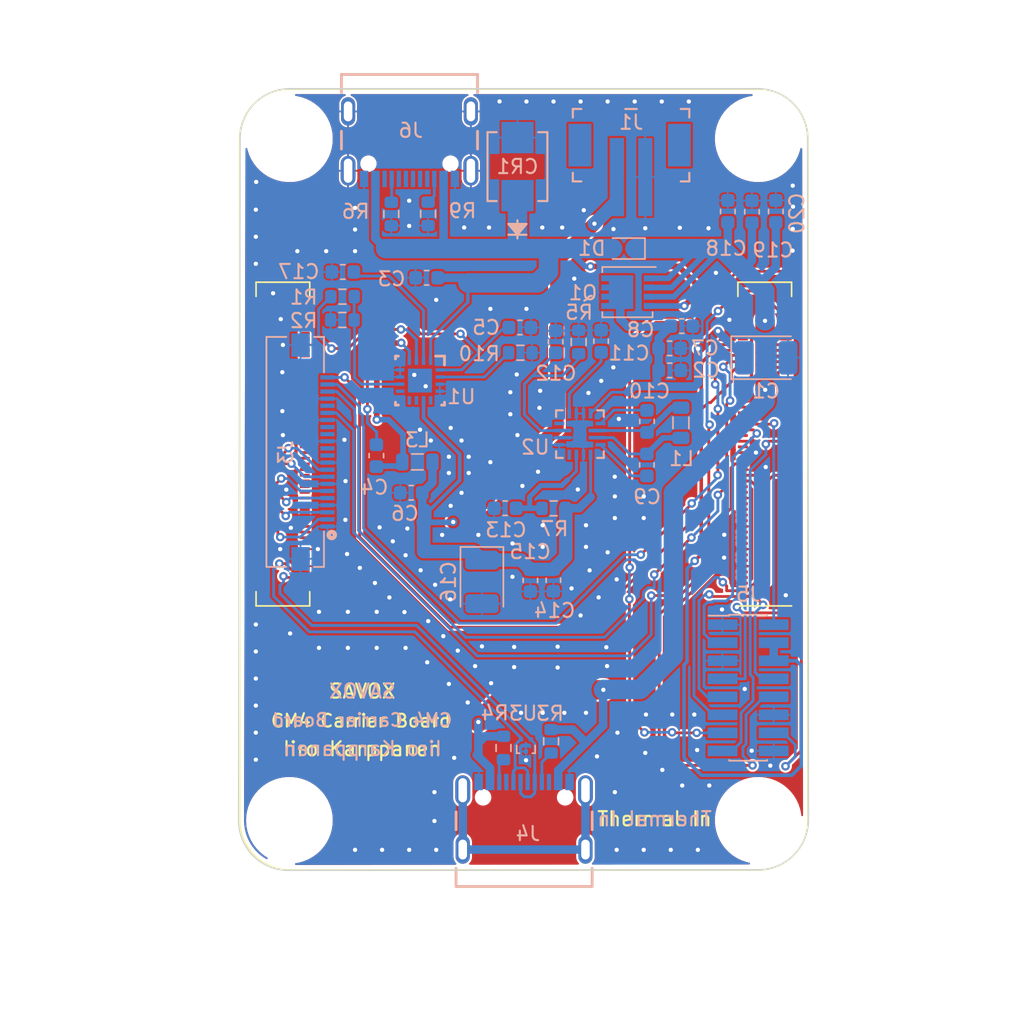
<source format=kicad_pcb>
(kicad_pcb (version 20221018) (generator pcbnew)
  (title_block (title "Raspberry Pi Compute Module 4 Carrier board") (date "2023-07-04") (rev "v01") (comment 2 "creativecommons.org/licenses/by/4.0/") (comment 3 "License: CC BY 4.0") (comment 4 "Author: Iiro Karppanen"))
  (layers (0 "F.Cu" signal) (31 "B.Cu" signal) (34 "B.Paste" user) (35 "F.Paste" user) (36 "B.SilkS" user "B.Silkscreen") (37 "F.SilkS" user "F.Silkscreen") (38 "B.Mask" user) (39 "F.Mask" user) (44 "Edge.Cuts" user))
  (net 0 "")
  (net 1 "+5V")
  (net 2 "GND")
  (net 3 "Net-(U1-BTST)")
  (net 4 "Net-(U1-SW)")
  (net 5 "/CM4 GPIO and power pins/REGN")
  (net 6 "Net-(Q1-D)")
  (net 7 "/CM4 Camera pins/CAM0_D0_N")
  (net 8 "/CM4 Camera pins/CAM0_D0_P")
  (net 9 "/CM4 Camera pins/CAM0_D1_N")
  (net 10 "/CM4 Camera pins/CAM0_D1_P")
  (net 11 "/CM4 Camera pins/CAM0_C_N")
  (net 12 "/CM4 Camera pins/CAM0_C_P")
  (net 17 "CAM_GPIO")
  (net 19 "SCL0")
  (net 20 "SDA0")
  (net 22 "Net-(J4-SHELL_GND-PadS1)")
  (net 24 "/CM4 Camera pins/USB2_N")
  (net 25 "/CM4 Camera pins/USB2_P")
  (net 27 "Net-(J4-CC2)")
  (net 28 "Net-(J4-CC1)")
  (net 34 "Net-(J6-CC2)")
  (net 36 "Net-(J6-CC1)")
  (net 38 "+3.3V")
  (net 39 "/CM4 GPIO and power pins/GPIO14")
  (net 40 "/CM4 GPIO and power pins/GPIO15")
  (net 41 "/CM4 GPIO and power pins/GPIO10")
  (net 42 "/CM4 GPIO and power pins/GPIO9")
  (net 43 "/CM4 GPIO and power pins/GPIO11")
  (net 44 "/CM4 GPIO and power pins/GPIO8")
  (net 45 "/CM4 GPIO and power pins/GPIO7")
  (net 46 "/CM4 GPIO and power pins/nRPIBOOT")
  (net 47 "/CM4 GPIO and power pins/GPIO2")
  (net 48 "/CM4 GPIO and power pins/GPIO3")
  (net 164 "Net-(U1-ICHG_EN)")
  (net 169 "Net-(U1-TS)")
  (net 170 "Net-(D1-A)")
  (net 171 "Net-(U1-BAT)")
  (net 172 "Net-(U2-SW1)")
  (net 173 "Net-(U2-BST1)")
  (net 174 "Net-(U2-SW2)")
  (net 175 "Net-(U2-BST2)")
  (net 176 "Net-(U2-VCC)")
  (net 177 "Net-(U2-OC)")
  (net 178 "Net-(U2-EN)")
  (net 181 "Net-(U1-PMID)")
  (footprint "CM4IO:Raspberry-Pi-4-Compute-Module" (layer "F.Cu") (at 163 82 180)
    (fp_text reference "Module1" hide)
    (fp_text value " DF40C-100DS-0.4V(51)")
  )
  (footprint "Package_TO_SOT_SMD:Texas_DRT-3" (layer "B.Cu") (at 146.65 124.725)
    (fp_text reference "U3")
    (fp_text value "TPD2EUSB30DRTR")
  )
  (footprint "Capacitor_SMD:C_0603_1608Metric" (layer "B.Cu") (at 156.775 98.31)
    (fp_text reference "C2")
    (fp_text value "10uF")
  )
  (footprint "Capacitor_SMD:C_0603_1608Metric" (layer "B.Cu") (at 139.66 91.79 180)
    (fp_text reference "C3")
    (fp_text value "2.2uF")
  )
  (footprint "Resistor_SMD:R_0603_1608Metric" (layer "B.Cu") (at 148.605 108.03)
    (fp_text reference "R7")
    (fp_text value "499kΩ")
  )
  (footprint "Capacitor_SMD:C_0603_1608Metric" (layer "B.Cu") (at 146.96 113.105 -90)
    (fp_text reference "C15")
    (fp_text value "22uF")
  )
  (footprint "Capacitor_SMD:C_0603_1608Metric" (layer "B.Cu") (at 155.16 104.97 -90)
    (fp_text reference "C9")
    (fp_text value "100nF")
  )
  (footprint "USB4105-GF-A:GCT_USB4105-GF-A" (layer "B.Cu") (at 138.45 80.07)
    (fp_text reference "J6")
    (fp_text value "C2997432")
  )
  (footprint "Resistor_SMD:R_0603_1608Metric" (layer "B.Cu") (at 133.725 94.76)
    (fp_text reference "R2")
    (fp_text value "10kΩ")
  )
  (footprint "Resistor_SMD:R_0603_1608Metric" (layer "B.Cu") (at 139.76 87.285 90)
    (fp_text reference "R9")
    (fp_text value "5.1kΩ")
  )
  (footprint "Resistor_SMD:R_0603_1608Metric" (layer "B.Cu") (at 148.42 124.435 -90)
    (fp_text reference "R3")
    (fp_text value "56kΩ")
  )
  (footprint "Capacitor_SMD:C_0603_1608Metric" (layer "B.Cu") (at 133.755 91.38)
    (fp_text reference "C17")
    (fp_text value "2.2uF")
  )
  (footprint "Resistor_SMD:R_0603_1608Metric" (layer "B.Cu") (at 145.07 124.905 -90)
    (fp_text reference "R4")
    (fp_text value "56kΩ")
  )
  (footprint "USB4105-GF-A:GCT_USB4105-GF-A" (layer "B.Cu") (at 146.52 132.06 180)
    (fp_text reference "J4")
    (fp_text value "C2997432")
  )
  (footprint "BQ25302:RTE0016C" (layer "B.Cu") (at 139.19 99.03 180)
    (fp_text reference "U1")
    (fp_text value "BQ25302RTER")
  )
  (footprint "MP28167GQ-P:QFN-16_MP28167GQ_MNP" (layer "B.Cu") (at 150.449999 102.8 90)
    (fp_text reference "U2")
    (fp_text value "MP28167GQ-P")
  )
  (footprint "digikey-footprints:PinHeader_1x2_P2mm" (layer "B.Cu") (at 154.05 84.7 180)
    (fp_text reference "J1")
    (fp_text value "B2B-PH-SM4-TB_LF__SN_")
  )
  (footprint "Capacitor_SMD:C_0603_1608Metric" (layer "B.Cu") (at 157.62 95.19)
    (fp_text reference "C8")
    (fp_text value "0.1uF")
  )
  (footprint "Capacitor_SMD:C_0603_1608Metric" (layer "B.Cu") (at 156.765 96.76)
    (fp_text reference "C7")
    (fp_text value "10uF")
  )
  (footprint "Capacitor_SMD:C_0603_1608Metric" (layer "B.Cu") (at 136.12 104.315 -90)
    (fp_text reference "C4")
    (fp_text value "47nF")
  )
  (footprint "Capacitor_Tantalum_SMD:CP_EIA-3528-21_Kemet-B" (layer "B.Cu") (at 143.55 113.2075 -90)
    (fp_text reference "C16")
    (fp_text value "100uF")
  )
  (footprint "Inductor_SMD:L_0805_2012Metric" (layer "B.Cu") (at 139.0075 104.76 180)
    (fp_text reference "L3")
    (fp_text value "1uH")
  )
  (footprint "54548-2271:MOLEX_54548-2271" (layer "B.Cu") (at 132.68 104.05425 90)
    (fp_text reference "J3")
    (fp_text value "C262390")
  )
  (footprint "Resistor_SMD:R_0603_1608Metric" (layer "B.Cu") (at 146.255 97.07 180)
    (fp_text reference "R10")
    (fp_text value "23.2kΩ")
  )
  (footprint "Inductor_SMD:L_0805_2012Metric" (layer "B.Cu") (at 157.56 102.0025 -90)
    (fp_text reference "L1")
    (fp_text value "4.7uH")
  )
  (footprint "Capacitor_SMD:C_0603_1608Metric" (layer "B.Cu") (at 145.19 108.02 180)
    (fp_text reference "C13")
    (fp_text value "22nF")
  )
  (footprint "SMBJ5-0A-TR:SMB_STM" (layer "B.Cu") (at 146.05 83.9597 90)
    (fp_text reference "CR1")
    (fp_text value "SMBJ5.0A-TR")
  )
  (footprint "Resistor_SMD:R_0603_1608Metric" (layer "B.Cu") (at 150.36 96.315 -90)
    (fp_text reference "R5")
    (fp_text value "21.5k")
  )
  (footprint "Resistor_SMD:R_0603_1608Metric" (layer "B.Cu") (at 137.17 87.295 90)
    (fp_text reference "R6")
    (fp_text value "5.1kΩ")
  )
  (footprint "Capacitor_SMD:C_0603_1608Metric" (layer "B.Cu") (at 148.58 113.09 -90)
    (fp_text reference "C14")
    (fp_text value "0.1uF")
  )
  (footprint "Package_SON:Diodes_PowerDI3333-8" (layer "B.Cu") (at 153.795 92.8 180)
    (fp_text reference "Q1")
    (fp_text value "DMP3013SFV")
  )
  (footprint "Connector_PinSocket_1.27mm:PinSocket_2x08_P1.27mm_Vertical_SMD" (layer "B.Cu") (at 162.29 120.665 180)
    (fp_text reference "J5")
    (fp_text value "C2938398")
  )
  (footprint "Capacitor_SMD:C_0603_1608Metric" (layer "B.Cu") (at 138.575 106.93 180)
    (fp_text reference "C6")
    (fp_text value "10uF")
  )
  (footprint "Capacitor_SMD:C_0603_1608Metric" (layer "B.Cu") (at 148.74 96.295 90)
    (fp_text reference "C12")
    (fp_text value "22nF")
  )
  (footprint "Resistor_SMD:R_0603_1608Metric" (layer "B.Cu") (at 133.735 93.12 180)
    (fp_text reference "R1")
    (fp_text value "10kΩ")
  )
  (footprint "Capacitor_SMD:C_0603_1608Metric" (layer "B.Cu") (at 164.24 87.115 90)
    (fp_text reference "C20")
    (fp_text value "10uF")
  )
  (footprint "Diode_SMD:D_0603_1608Metric" (layer "B.Cu") (at 153.5425 89.73 180)
    (fp_text reference "D1")
    (fp_text value "CDBA340-HF")
  )
  (footprint "Capacitor_SMD:C_0603_1608Metric" (layer "B.Cu") (at 162.56 87.135 90)
    (fp_text reference "C19")
    (fp_text value "10uF")
  )
  (footprint "Capacitor_SMD:C_0603_1608Metric" (layer "B.Cu") (at 155.17 101.905 90)
    (fp_text reference "C10")
    (fp_text value "100nF")
  )
  (footprint "Capacitor_SMD:C_0603_1608Metric" (layer "B.Cu") (at 151.94 96.255 -90)
    (fp_text reference "C11")
    (fp_text value "1uF")
  )
  (footprint "Capacitor_SMD:C_0603_1608Metric" (layer "B.Cu") (at 160.86 87.115 90)
    (fp_text reference "C18")
    (fp_text value "10uF")
  )
  (footprint "Capacitor_Tantalum_SMD:CP_EIA-3528-21_Kemet-B" (layer "B.Cu") (at 163.5575 97.42)
    (fp_text reference "C1")
    (fp_text value "100uF")
  )
  (footprint "Capacitor_SMD:C_0603_1608Metric" (layer "B.Cu") (at 146.225 95.29)
    (fp_text reference "C5")
    (fp_text value "2.2uF")
  )
  (gr_line (start 166.538702 129.942352) (end 166.475126 81.974874) (stroke (width 0.1)) (layer "Edge.Cuts"))
  (gr_arc (start 126.524874 81.974874) (mid 127.55 79.5) (end 130.024874 78.474874) (stroke (width 0.1)) (layer "Edge.Cuts"))
  (gr_line (start 126.524874 81.974874) (end 126.424874 130.025126) (stroke (width 0.1)) (layer "Edge.Cuts"))
  (gr_line (start 129.924874 133.525126) (end 162.992352 133.488702) (stroke (width 0.1)) (layer "Edge.Cuts"))
  (gr_arc (start 129.924874 133.525126) (mid 127.45 132.5) (end 126.424874 130.025126) (stroke (width 0.1)) (layer "Edge.Cuts"))
  (gr_line (start 162.975126 78.474874) (end 130.024874 78.474874) (stroke (width 0.1)) (layer "Edge.Cuts"))
  (gr_arc (start 166.538702 129.942352) (mid 165.5 132.45) (end 162.992352 133.488702) (stroke (width 0.1)) (layer "Edge.Cuts"))
  (gr_arc (start 162.975126 78.474874) (mid 165.45 79.5) (end 166.475126 81.974874) (stroke (width 0.1)) (layer "Edge.Cuts"))
  (gr_text "Thermal In" (at 155.7 129.9) (layer "B.SilkS") (effects (font (size 1 1) (thickness 0.153)) (justify mirror)))
  (gr_text "SAVOX" (at 135.128 120.904) (layer "B.SilkS") (effects (font (size 1 1) (thickness 0.153)) (justify mirror)))
  (gr_text "Iiro Karppanen" (at 135.15 124.95) (layer "B.SilkS") (effects (font (size 1 1) (thickness 0.153) bold) (justify mirror)))
  (gr_text "CM4 Carrier Board" (at 135.128 122.936) (layer "B.SilkS") (effects (font (size 0.9 0.9) (thickness 0.153) bold) (justify mirror)))
  (gr_text "CM4 Carrier Board" (at 135.03 122.99) (layer "F.SilkS") (effects (font (size 0.9 0.9) (thickness 0.153) bold)))
  (gr_text "Iiro Karppanen" (at 135.128 124.968) (layer "F.SilkS") (effects (font (size 1 1) (thickness 0.153) bold)))
  (gr_text "SAVOX" (at 135.128 120.904) (layer "F.SilkS") (effects (font (size 1 1) (thickness 0.153))))
  (gr_text "Thermal In" (at 155.7 129.9) (layer "F.SilkS") (effects (font (size 1 1) (thickness 0.153))))
  (segment (start 143.3 123.07) (end 143.3 123.08) (width 1.36703) (layer "F.Cu") (net 1))
  (segment (start 163.48 94.82) (end 163.48 96.29) (width 1.36703) (layer "F.Cu") (net 1))
  (segment (start 165 96.9) (end 163.65 96.9) (width 0.2) (layer "F.Cu") (net 1))
  (segment (start 163.48 96.29) (end 163.48 97.07) (width 1.36703) (layer "F.Cu") (net 1))
  (segment (start 165 97.7) (end 163.69 97.7) (width 0.2) (layer "F.Cu") (net 1))
  (segment (start 165 96.1) (end 163.67 96.1) (width 0.2) (layer "F.Cu") (net 1))
  (segment (start 164.05 96.5) (end 163.48 97.07) (width 0.2) (layer "F.Cu") (net 1))
  (segment (start 164.09 97.3) (end 163.48 97.91) (width 0.2) (layer "F.Cu") (net 1))
  (segment (start 163.65 96.9) (end 163.48 97.07) (width 0.2) (layer "F.Cu") (net 1))
  (segment (start 152.1 120.81) (end 145.56 120.81) (width 1.36703) (layer "F.Cu") (net 1))
  (segment (start 163.48 99.67) (end 163.49 99.68) (width 1.36703) (layer "F.Cu") (net 1))
  (segment (start 163.48 97.07) (end 163.48 97.91) (width 1.36703) (layer "F.Cu") (net 1))
  (segment (start 165 98.1) (end 163.67 98.1) (width 0.2) (layer "F.Cu") (net 1))
  (segment (start 145.56 120.81) (end 143.3 123.07) (width 1.36703) (layer "F.Cu") (net 1))
  (segment (start 165 96.5) (end 164.05 96.5) (width 0.2) (layer "F.Cu") (net 1))
  (segment (start 163.67 96.1) (end 163.48 96.29) (width 0.2) (layer "F.Cu") (net 1))
  (segment (start 163.48 97.91) (end 163.48 99.67) (width 1.36703) (layer "F.Cu") (net 1))
  (segment (start 163.69 97.7) (end 163.48 97.91) (width 0.2) (layer "F.Cu") (net 1))
  (segment (start 165 97.3) (end 164.09 97.3) (width 0.2) (layer "F.Cu") (net 1))
  (via (at 163.48 94.82) (size 0.6) (drill 0.3) (layers "F.Cu" "B.Cu") (net 1))
  (via (at 163.49 99.68) (size 0.6) (drill 0.3) (layers "F.Cu" "B.Cu") (net 1))
  (via (at 152.1 120.81) (size 0.6) (drill 0.3) (layers "F.Cu" "B.Cu") (net 1))
  (via (at 143.3 123.08) (size 0.6) (drill 0.3) (layers "F.Cu" "B.Cu") (net 1))
  (segment (start 156.675 91.825) (end 158.44 90.06) (width 0.4) (layer "B.Cu") (net 1))
  (segment (start 156.895 92.475) (end 159.64 89.73) (width 0.4) (layer "B.Cu") (net 1))
  (segment (start 163.47 93.8) (end 163.47 94.81) (width 1.36703) (layer "B.Cu") (net 1))
  (segment (start 152.13 120.78) (end 152.1 120.81) (width 1.36703) (layer "B.Cu") (net 1))
  (segment (start 162.56 87.91) (end 162.56 90.57) (width 0.6) (layer "B.Cu") (net 1))
  (segment (start 157.03 106.93) (end 157.03 118.44) (width 1.36703) (layer "B.Cu") (net 1))
  (segment (start 155.295 92.475) (end 156.895 92.475) (width 0.4) (layer "B.Cu") (net 1))
  (segment (start 160.975 90.255) (end 160.45 89.73) (width 1.36703) (layer "B.Cu") (net 1))
  (segment (start 149.95 123.61) (end 150.875 124.535) (width 0.6) (layer "B.Cu") (net 1))
  (segment (start 163.49 100.47) (end 157.03 106.93) (width 1.36703) (layer "B.Cu") (net 1))
  (segment (start 153.92 120.78) (end 152.13 120.78) (width 1.36703) (layer "B.Cu") (net 1))
  (segment (start 152.08 123.33) (end 152.08 120.83) (width 0.6) (layer "B.Cu") (net 1))
  (segment (start 160.86 87.89) (end 160.86 89.32) (width 0.6) (layer "B.Cu") (net 1))
  (segment (start 157.055 93.125) (end 160.45 89.73) (width 0.4) (layer "B.Cu") (net 1))
  (segment (start 150.875 124.535) (end 152.08 123.33) (width 0.6) (layer "B.Cu") (net 1))
  (segment (start 155.295 91.825) (end 156.675 91.825) (width 0.4) (layer "B.Cu") (net 1))
  (segment (start 143.3 125.29) (end 143.19 125.4) (width 0.6) (layer "B.Cu") (net 1))
  (segment (start 157.03 118.44) (end 154.69 120.78) (width 1.36703) (layer "B.Cu") (net 1))
  (segment (start 144.12 127.305) (end 144.12 126.3252) (width 0.6) (layer "B.Cu") (net 1))
  (segment (start 163.48 93.79) (end 163.47 93.8) (width 1.36703) (layer "B.Cu") (net 1))
  (segment (start 163.47 93.78) (end 163.48 93.79) (width 1.36703) (layer "B.Cu") (net 1))
  (segment (start 148.92 126.49) (end 150.875 124.535) (width 0.6) (layer "B.Cu") (net 1))
  (segment (start 154.33 89.73) (end 158.44 89.73) (width 1.36703) (layer "B.Cu") (net 1))
  (segment (start 162.56 90.57) (end 161.925 91.205) (width 0.6) (layer "B.Cu") (net 1))
  (segment (start 148.92 127.305) (end 148.92 126.49) (width 0.6) (layer "B.Cu") (net 1))
  (segment (start 143.77 124.08) (end 143.3 124.55) (width 0.6) (layer "B.Cu") (net 1))
  (segment (start 143.1948 125.4) (end 143.19 125.4) (width 0.6) (layer "B.Cu") (net 1))
  (segment (start 162.995 92.275) (end 163.47 92.75) (width 1.36703) (layer "B.Cu") (net 1))
  (segment (start 154.69 120.78) (end 153.92 120.78) (width 1.36703) (layer "B.Cu") (net 1))
  (segment (start 164.24 91.03) (end 162.995 92.275) (width 0.6) (layer "B.Cu") (net 1))
  (segment (start 143.3 124.55) (end 143.3 125.29) (width 0.6) (layer "B.Cu") (net 1))
  (segment (start 143.3 123.08) (end 143.3 124.55) (width 0.6) (layer "B.Cu") (net 1))
  (segment (start 164.24 87.89) (end 164.24 91.03) (width 0.6) (layer "B.Cu") (net 1))
  (segment (start 155.295 93.125) (end 157.055 93.125) (width 0.4) (layer "B.Cu") (net 1))
  (segment (start 144.12 126.3252) (end 143.1948 125.4) (width 0.6) (layer "B.Cu") (net 1))
  (segment (start 163.47 92.75) (end 163.47 93.78) (width 1.36703) (layer "B.Cu") (net 1))
  (segment (start 160.86 89.32) (end 160.45 89.73) (width 0.6) (layer "B.Cu") (net 1))
  (segment (start 152.08 120.83) (end 152.1 120.81) (width 0.6) (layer "B.Cu") (net 1))
  (segment (start 158.44 90.06) (end 158.44 89.73) (width 0.4) (layer "B.Cu") (net 1))
  (segment (start 145.07 124.08) (end 143.77 124.08) (width 0.6) (layer "B.Cu") (net 1))
  (segment (start 163.47 94.81) (end 163.48 94.82) (width 1.36703) (layer "B.Cu") (net 1))
  (segment (start 163.49 99.68) (end 163.49 100.47) (width 1.36703) (layer "B.Cu") (net 1))
  (segment (start 148.42 123.61) (end 149.95 123.61) (width 0.6) (layer "B.Cu") (net 1))
  (segment (start 161.925 91.205) (end 162.995 92.275) (width 1.36703) (layer "B.Cu") (net 1))
  (segment (start 160.975 90.255) (end 161.925 91.205) (width 1.36703) (layer "B.Cu") (net 1))
  (segment (start 160.45 89.73) (end 158.44 89.73) (width 1.36703) (layer "B.Cu") (net 1))
  (via (at 142.3 88.25) (size 0.6) (drill 0.3) (layers "F.Cu" "B.Cu") (net 2))
  (via (at 141.351 102.362) (size 0.6) (drill 0.3) (layers "F.Cu" "B.Cu") (net 2))
  (via (at 147.65 99.75) (size 0.6) (drill 0.3) (layers "F.Cu" "B.Cu") (net 2))
  (via (at 134.62 86.868) (size 0.6) (drill 0.3) (layers "F.Cu" "B.Cu") (net 2))
  (via (at 150.495 79.375) (size 0.6) (drill 0.3) (layers "F.Cu" "B.Cu") (net 2))
  (via (at 158.115 79.375) (size 0.6) (drill 0.3) (layers "F.Cu" "B.Cu") (net 2))
  (via (at 138.3 109.45) (size 0.6) (drill 0.3) (layers "F.Cu" "B.Cu") (net 2))
  (via (at 140.256 113.41) (size 0.6) (drill 0.3) (layers "F.Cu" "B.Cu") (net 2))
  (via (at 127.659195 85.036808) (size 0.6) (drill 0.3) (layers "F.Cu" "B.Cu") (net 2))
  (via (at 129.78 106.71) (size 0.6) (drill 0.3) (layers "F.Cu" "B.Cu") (net 2))
  (via (at 133.87 103.2) (size 0.6) (drill 0.3) (layers "F.Cu" "B.Cu") (net 2))
  (via (at 152.36 119.14) (size 0.6) (drill 0.3) (layers "F.Cu" "B.Cu") (net 2))
  (via (at 150.876 122.428) (size 0.6) (drill 0.3) (layers "F.Cu" "B.Cu") (net 2))
  (via (at 142.621 105.537) (size 0.6) (drill 0.3) (layers "F.Cu" "B.Cu") (net 2))
  (via (at 162.54 125.1) (size 0.6) (drill 0.3) (layers "F.Cu" "B.Cu") (net 2))
  (via (at 147.828 110.744) (size 0.6) (drill 0.3) (layers "F.Cu" "B.Cu") (net 2))
  (via (at 165.42 89.88) (size 0.6) (drill 0.3) (layers "F.Cu" "B.Cu") (net 2))
  (via (at 145.55 101.4) (size 0.6) (drill 0.3) (layers "F.Cu" "B.Cu") (net 2))
  (via (at 151.05 99.9) (size 0.6) (drill 0.3) (layers "F.Cu" "B.Cu") (net 2))
  (via (at 143.3 109.9) (size 0.6) (drill 0.3) (layers "F.Cu" "B.Cu") (net 2))
  (via (at 127.635 86.995) (size 0.6) (drill 0.3) (layers "F.Cu" "B.Cu") (net 2))
  (via (at 151.65 125.5) (size 0.6) (drill 0.3) (layers "F.Cu" "B.Cu") (net 2))
  (via (at 129.5 98.44) (size 0.6) (drill 0.3) (layers "F.Cu" "B.Cu") (net 2))
  (via (at 160.45 115.15) (size 0.6) (drill 0.3) (layers "F.Cu" "B.Cu") (net 2))
  (via (at 134.62 88.392) (size 0.6) (drill 0.3) (layers "F.Cu" "B.Cu") (net 2))
  (via (at 145.55 99.85) (size 0.6) (drill 0.3) (layers "F.Cu" "B.Cu") (net 2))
  (via (at 146.685 79.375) (size 0.6) (drill 0.3) (layers "F.Cu" "B.Cu") (net 2))
  (via (at 141.6 125.6) (size 0.6) (drill 0.3) (layers "F.Cu" "B.Cu") (net 2))
  (via (at 137.276 110.35) (size 0.6) (drill 0.3) (layers "F.Cu" "B.Cu") (net 2))
  (via (at 154.305 79.375) (size 0.6) (drill 0.3) (layers "F.Cu" "B.Cu") (net 2))
  (via (at 141.224 120.396) (size 0.6) (drill 0.3) (layers "F.Cu" "B.Cu") (net 2))
  (via (at 157.48 88.265) (size 0.6) (drill 0.3) (layers "F.Cu" "B.Cu") (net 2))
  (via (at 158.7 125.05) (size 0.6) (drill 0.3) (layers "F.Cu" "B.Cu") (net 2))
  (via (at 154.94 108.712) (size 0.6) (drill 0.3) (layers "F.Cu" "B.Cu") (net 2))
  (via (at 153.035 113.03) (size 0.6) (drill 0.3) (layers "F.Cu" "B.Cu") (net 2))
  (via (at 153.035 132.08) (size 0.6) (drill 0.3) (layers "F.Cu" "B.Cu") (net 2))
  (via (at 127.635 123.825) (size 0.6) (drill 0.3) (layers "F.Cu" "B.Cu") (net 2))
  (via (at 139.7 118.872) (size 0.6) (drill 0.3) (layers "F.Cu" "B.Cu") (net 2))
  (via (at 163.53 105.12) (size 0.6) (drill 0.3) (layers "F.Cu" "B.Cu") (net 2))
  (via (at 148.88 119.24) (size 0.6) (drill 0.3) (layers "F.Cu" "B.Cu") (net 2))
  (via (at 152.4 79.375) (size 0.6) (drill 0.3) (layers "F.Cu" "B.Cu") (net 2))
  (via (at 162.84 104.1) (size 0.6) (drill 0.3) (layers "F.Cu" "B.Cu") (net 2))
  (via (at 136.144 115.316) (size 0.6) (drill 0.3) (layers "F.Cu" "B.Cu") (net 2))
  (via (at 145.82 117.79) (size 0.6) (drill 0.3) (layers "F.Cu" "B.Cu") (net 2))
  (via (at 148.88 117.77) (size 0.6) (drill 0.3) (layers "F.Cu" "B.Cu") (net 2))
  (via (at 136.346 109.37) (size 0.6) (drill 0.3) (layers "F.Cu" "B.Cu") (net 2))
  (via (at 146 98.6) (size 0.6) (drill 0.3) (layers "F.Cu" "B.Cu") (net 2))
  (via (at 155.05 88.3) (size 0.6) (drill 0.3) (layers "F.Cu" "B.Cu") (net 2))
  (via (at 127.635 121.92) (size 0.6) (drill 0.3) (layers "F.Cu" "B.Cu") (net 2))
  (via (at 143.55 117.75) (size 0.6) (drill 0.3) (layers "F.Cu" "B.Cu") (net 2))
  (via (at 129.54 96.52) (size 0.6) (drill 0.3) (layers "F.Cu" "B.Cu") (net 2))
  (via (at 150.876 109.22) (size 0.6) (drill 0.3) (layers "F.Cu" "B.Cu") (net 2))
  (via (at 165.45 86.78) (size 0.6) (drill 0.3) (layers "F.Cu" "B.Cu") (net 2))
  (via (at 136.525 132.08) (size 0.6) (drill 0.3) (layers "F.Cu" "B.Cu") (net 2))
  (via (at 156.95 122.55) (size 0.6) (drill 0.3) (layers "F.Cu" "B.Cu") (net 2))
  (via (at 155.1 122.55) (size 0.6) (drill 0.3) (layers "F.Cu" "B.Cu") (net 2))
  (via (at 163.85 126.15) (size 0.6) (drill 0.3) (layers "F.Cu" "B.Cu") (net 2))
  (via (at 138.176 111.33) (size 0.6) (drill 0.3) (layers "F.Cu" "B.Cu") (net 2))
  (via (at 138.176 117.856) (size 0.6) (drill 0.3) (layers "F.Cu" "B.Cu") (net 2))
  (via (at 147.828 122.428) (size 0.6) (drill 0.3) (layers "F.Cu" "B.Cu") (net 2))
  (via (at 129.54 102.87) (size 0.6) (drill 0.3) (layers "F.Cu" "B.Cu") (net 2))
  (via (at 160.02 91.44) (size 0.6) (drill 0.3) (layers "F.Cu" "B.Cu") (net 2))
  (via (at 151.765 114.3) (size 0.6) (drill 0.3) (layers "F.Cu" "B.Cu") (net 2))
  (via (at 144.196 120.344) (size 0.6) (drill 0.3) (layers "F.Cu" "B.Cu") (net 2))
  (via (at 144.05 88.25) (size 0.6) (drill 0.3) (layers "F.Cu" "B.Cu") (net 2))
  (via (at 141.224 104.394) (size 0.6) (drill 0.3) (layers "F.Cu" "B.Cu") (net 2))
  (via (at 165.43 85.3) (size 0.6) (drill 0.3) (layers "F.Cu" "B.Cu") (net 2))
  (via (at 160.6 111.5) (size 0.6) (drill 0.3) (layers "F.Cu" "B.Cu") (net 2))
  (via (at 136.144 117.856) (size 0.6) (drill 0.3) (layers "F.Cu" "B.Cu") (net 2))
  (via (at 152.908 108.712) (size 0.6) (drill 0.3) (layers "F.Cu" "B.Cu") (net 2))
  (via (at 127.635 90.805) (size 0.6) (drill 0.3) (layers "F.Cu" "B.Cu") (net 2))
  (via (at 147.828 109.22) (size 0.6) (drill 0.3) (layers "F.Cu" "B.Cu") (net 2))
  (via (at 159.555 127.55) (size 0.6) (drill 0.3) (layers "F.Cu" "B.Cu") (net 2))
  (via (at 149.352 122.428) (size 0.6) (drill 0.3) (layers "F.Cu" "B.Cu") (net 2))
  (via (at 162.05 120.75) (size 0.6) (drill 0.3) (layers "F.Cu" "B.Cu") (net 2))
  (via (at 139.77 115.97) (size 0.6) (drill 0.3) (layers "F.Cu" "B.Cu") (net 2))
  (via (at 134.62 89.916) (size 0.6) (drill 0.3) (layers "F.Cu" "B.Cu") (net 2))
  (via (at 149.2 88.25) (size 0.6) (drill 0.3) (layers "F.Cu" "B.Cu") (net 2))
  (via (at 145.7 110.5) (size 0.6) (drill 0.3) (layers "F.Cu" "B.Cu") (net 2))
  (via (at 142.113 106.934) (size 0.6) (drill 0.3) (layers "F.Cu" "B.Cu") (net 2))
  (via (at 146.304 122.428) (size 0.6) (drill 0.3) (layers "F.Cu" "B.Cu") (net 2))
  (via (at 142.55 121.7) (size 0.6) (drill 0.3) (layers "F.Cu" "B.Cu") (net 2))
  (via (at 133.9367 108.84) (size 0.6) (drill 0.3) (layers "F.Cu" "B.Cu") (net 2))
  (via (at 147.8 88.25) (size 0.6) (drill 0.3) (layers "F.Cu" "B.Cu") (net 2))
  (via (at 142.621 104.394) (size 0.6) (drill 0.3) (layers "F.Cu" "B.Cu") (net 2))
  (via (at 141.85 118.05) (size 0.6) (drill 0.3) (layers "F.Cu" "B.Cu") (net 2))
  (via (at 139.236 112.39) (size 0.6) (drill 0.3) (layers "F.Cu" "B.Cu") (net 2))
  (via (at 140.75 109.9) (size 0.6) (drill 0.3) (layers "F.Cu" "B.Cu") (net 2))
  (via (at 127.635 88.9) (size 0.6) (drill 0.3) (layers "F.Cu" "B.Cu") (net 2))
  (via (at 145.82 119.21) (size 0.6) (drill 0.3) (layers "F.Cu" "B.Cu") (net 2))
  (via (at 152.9 105.8) (size 0.6) (drill 0.3) (layers "F.Cu" "B.Cu") (net 2))
  (via (at 157.65 127.55) (size 0.6) (drill 0.3) (layers "F.Cu" "B.Cu") (net 2))
  (via (at 142.113 103.251) (size 0.6) (drill 0.3) (layers "F.Cu" "B.Cu") (net 2))
  (via (at 130.1 109.4) (size 0.6) (drill 0.3) (layers "F.Cu" "B.Cu") (net 2))
  (via (at 152.81 88.36) (size 0.6) (drill 0.3) (layers "F.Cu" "B.Cu") (net 2))
  (via (at 133.9467 106.11) (size 0.6) (drill 0.3) (layers "F.Cu" "B.Cu") (net 2))
  (via (at 146.05 102.87) (size 0.6) (drill 0.3) (layers "F.Cu" "B.Cu") (net 2))
  (via (at 158.5 122.55) (size 0.6) (drill 0.3) (layers "F.Cu" "B.Cu") (net 2))
  (via (at 159.5 88.3) (size 0.6) (drill 0.3) (layers "F.Cu" "B.Cu") (net 2))
  (via (at 156.21 79.375) (size 0.6) (drill 0.3) (layers "F.Cu" "B.Cu") (net 2))
  (via (at 137.037 114.304) (size 0.6) (drill 0.3) (layers "F.Cu" "B.Cu") (net 2))
  (via (at 147.5 105.45) (size 0.6) (drill 0.3) (layers "F.Cu" "B.Cu") (net 2))
  (via (at 127.635 116.205) (size 0.6) (drill 0.3) (layers "F.Cu" "B.Cu") (net 2))
  (via (at 130.048 116.84) (size 0.6) (drill 0.3) (layers "F.Cu" "B.Cu") (net 2))
  (via (at 144.145 93.98) (size 0.6) (drill 0.3) (layers "F.Cu" "B.Cu") (net 2))
  (via (at 139.954 103.251) (size 0.6) (drill 0.3) (layers "F.Cu" "B.Cu") (net 2))
  (via (at 151.95 99.05) (size 0.6) (drill 0.3) (layers "F.Cu" "B.Cu") (net 2))
  (via (at 140.208 128.016) (size 0.6) (drill 0.3) (layers "F.Cu" "B.Cu") (net 2))
  (via (at 154.94 107.188) (size 0.6) (drill 0.3) (layers "F.Cu" "B.Cu") (net 2))
  (via (at 134.957 112.224) (size 0.6) (drill 0.3) (layers "F.Cu" "B.Cu") (net 2))
  (via (at 129.35 110.9) (size 0.6) (drill 0.3) (layers "F.Cu" "B.Cu") (net 2))
  (via (at 147.6 100.95) (size 0.6) (drill 0.3) (layers "F.Cu" "B.Cu") (net 2))
  (via (at 150.495 115.57) (size 0.6) (drill 0.3) (layers "F.Cu" "B.Cu") (net 2))
  (via (at 150.72 87.03) (size 0.6) (drill 0.3) (layers "F.Cu" "B.Cu") (net 2))
  (via (at 152.31 117.81) (size 0.6) (drill 0.3) (layers "F.Cu" "B.Cu") (net 2))
  (via (at 138.43 88.138) (size 0.6) (drill 0.3) (layers "F.Cu" "B.Cu") (net 2))
  (via (at 148.59 79.375) (size 0.6) (drill 0.3) (layers "F.Cu" "B.Cu") (net 2))
  (via (at 152.908 107.188) (size 0.6) (drill 0.3) (layers "F.Cu" "B.Cu") (net 2))
  (via (at 160.97 94.75) (size 0.6) (drill 0.3) (layers "F.Cu" "B.Cu") (net 2))
  (via (at 158.75 132.08) (size 0.6) (drill 0.3) (layers "F.Cu" "B.Cu") (net 2))
  (via (at 138.097 115.334) (size 0.6) (drill 0.3) (layers "F.Cu" "B.Cu") (net 2))
  (via (at 134.057 111.244) (size 0.6) (drill 0.3) (layers "F.Cu" "B.Cu") (net 2))
  (via (at 138.43 86.36) (size 0.6) (drill 0.3) (layers "F.Cu" "B.Cu") (net 2))
  (via (at 132 110.9) (size 0.6) (drill 0.3) (layers "F.Cu" "B.Cu") (net 2))
  (via (at 160.61 109.89) (size 0.6) (drill 0.3) (layers "F.Cu" "B.Cu") (net 2))
  (via (at 127.635 120.015) (size 0.6) (drill 0.3) (layers "F.Cu" "B.Cu") (net 2))
  (via (at 153.09 123.83) (size 0.6) (drill 0.3) (layers "F.Cu" "B.Cu") (net 2))
  (via (at 154.94 132.08) (size 0.6) (drill 0.3) (layers "F.Cu" "B.Cu") (net 2))
  (via (at 134.112 117.856) (size 0.6) (drill 0.3) (layers "F.Cu" "B.Cu") (net 2))
  (via (at 143.07 119.14) (size 0.6) (drill 0.3) (layers "F.Cu" "B.Cu") (net 2))
  (via (at 134.62 132.08) (size 0.6) (drill 0.3) (layers "F.Cu" "B.Cu") (net 2))
  (via (at 139.192 102.489) (size 0.6) (drill 0.3) (layers "F.Cu" "B.Cu") (net 2))
  (via (at 127.635 118.11) (size 0.6) (drill 0.3) (layers "F.Cu" "B.Cu") (net 2))
  (via (at 140.335 132.08) (size 0.6) (drill 0.3) (layers "F.Cu" "B.Cu") (net 2))
  (via (at 141.35 107.85) (size 0.6) (drill 0.3) (layers "F.Cu" "B.Cu") (net 2))
  (via (at 141.316 114.44) (size 0.6) (drill 0.3) (layers "F.Cu" "B.Cu") (net 2))
  (via (at 140.208 130.048) (size 0.6) (drill 0.3) (layers "F.Cu" "B.Cu") (net 2))
  (via (at 132.08 117.856) (size 0.6) (drill 0.3) (layers "F.Cu" "B.Cu") (net 2))
  (via (at 152.8 98.1) (size 0.6) (drill 0.3) (layers "F.Cu" "B.Cu") (net 2))
  (via (at 153.19 101.73) (size 0.6) (drill 0.3) (layers "F.Cu" "B.Cu") (net 2))
  (via (at 150.05 91.85) (size 0.6) (drill 0.3) (layers "F.Cu" "B.Cu") (net 2))
  (via (at 136.017 113.284) (size 0.6) (drill 0.3) (layers "F.Cu" "B.Cu") (net 2))
  (via (at 141.224 105.537) (size 0.6) (drill 0.3) (layers "F.Cu" "B.Cu") (net 2))
  (via (at 132.08 115.316) (size 0.6) (drill 0.3) (layers "F.Cu" "B.Cu") (net 2))
  (via (at 164.94 114.15) (size 0.6) (drill 0.3) (layers "F.Cu" "B.Cu") (net 2))
  (via (at 149.86 113.665) (size 0.6) (drill 0.3) (layers "F.Cu" "B.Cu") (net 2))
  (via (at 146.685 93.98) (size 0.6) (drill 0.3) (layers "F.Cu" "B.Cu") (net 2))
  (via (at 138.43 132.08) (size 0.6) (drill 0.3) (layers "F.Cu" "B.Cu") (net 2))
  (via (at 146.656194 125.768412) (size 0.6) (drill 0.3) (layers "F.Cu" "B.Cu") (net 2))
  (via (at 165.43 88.35) (size 0.6) (drill 0.3) (layers "F.Cu" "B.Cu") (net 2))
  (via (at 140.335 93.345) (size 0.6) (drill 0.3) (layers "F.Cu" "B.Cu") (net 2))
  (via (at 134.112 115.316) (size 0.6) (drill 0.3) (layers "F.Cu" "B.Cu") (net 2))
  (via (at 127.635 125.73) (size 0.6) (drill 0.3) (layers "F.Cu" "B.Cu") (net 2))
  (via (at 150.876 110.744) (size 0.6) (drill 0.3) (layers "F.Cu" "B.Cu") (net 2))
  (via (at 144.790536 79.369677) (size 0.6) (drill 0.3) (layers "F.Cu" "B.Cu") (net 2))
  (via (at 155.05 125.25) (size 0.6) (drill 0.3) (layers "F.Cu" "B.Cu") (net 2))
  (via (at 129.39 94.7) (size 0.6) (drill 0.3) (layers "F.Cu" "B.Cu") (net 2))
  (via (at 152.4 111.125) (size 0.6) (drill 0.3) (layers "F.Cu" "B.Cu") (net 2))
  (via (at 140.83 117.03) (size 0.6) (drill 0.3) (layers "F.Cu" "B.Cu") (net 2))
  (via (at 156.25 126.45) (size 0.6) (drill 0.3) (layers "F.Cu" "B.Cu") (net 2))
  (via (at 130.556 89.916) (size 0.6) (drill 0.3) (layers "F.Cu" "B.Cu") (net 2))
  (via (at 150.3 106.7) (size 0.6) (drill 0.3) (layers "F.Cu" "B.Cu") (net 2))
  (via (at 151.13 112.395) (size 0.6) (drill 0.3) (layers "F.Cu" "B.Cu") (net 2))
  (via (at 146.4 106.45) (size 0.6) (drill 0.3) (layers "F.Cu" "B.Cu") (net 2))
  (via (at 145.7 112.85) (size 0.6) (drill 0.3) (layers "F.Cu" "B.Cu") (net 2))
  (via (at 152.908 128.016) (size 0.6) (drill 0.3) (layers "F.Cu" "B.Cu") (net 2))
  (via (at 144.145 104.775) (size 0.6) (drill 0.3) (layers "F.Cu" "B.Cu") (net 2))
  (via (at 156.845 132.08) (size 0.6) (drill 0.3) (layers "F.Cu" "B.Cu") (net 2))
  (via (at 132.588 89.916) (size 0.6) (drill 0.3) (layers "F.Cu" "B.Cu") (net 2))
  (via (at 128.85 92.88) (size 0.6) (drill 0.3) (layers "F.Cu" "B.Cu") (net 2))
  (via (at 129.5 101.18) (size 0.6) (drill 0.3) (layers "F.Cu" "B.Cu") (net 2))
  (segment (start 135.49 96.25) (end 135.49 101.04) (width 0.2) (layer "F.Cu") (net 3))
  (segment (start 137.85 95.4259) (end 136.3141 95.4259) (width 0.2) (layer "F.Cu") (net 3))
  (segment (start 136.3141 95.4259) (end 135.49 96.25) (width 0.2) (layer "F.Cu") (net 3))
  (via (at 135.49 101.04) (size 0.6) (drill 0.3) (layers "F.Cu" "B.Cu") (net 3))
  (via (at 137.85 95.4259) (size 0.6) (drill 0.3) (layers "F.Cu" "B.Cu") (net 3))
  (segment (start 138.939998 97.629998) (end 138.939998 96.139998) (width 0.2) (layer "B.Cu") (net 3))
  (segment (start 136.14 102.66) (end 136.14 103.645) (width 0.2) (layer "B.Cu") (net 3))
  (segment (start 138.24 95.44) (end 137.8641 95.44) (width 0.2) (layer "B.Cu") (net 3))
  (segment (start 135.49 101.04) (end 135.49 102.01) (width 0.2) (layer "B.Cu") (net 3))
  (segment (start 135.49 102.01) (end 136.14 102.66) (width 0.2) (layer "B.Cu") (net 3))
  (segment (start 138.939998 96.139998) (end 138.24 95.44) (width 0.2) (layer "B.Cu") (net 3))
  (segment (start 136.15 101.78) (end 136.15 97.31) (width 0.4) (layer "F.Cu") (net 4))
  (segment (start 137.85 96.39) (end 137.87 96.37) (width 0.4) (layer "F.Cu") (net 4))
  (segment (start 136.15 97.31) (end 137.07 96.39) (width 0.4) (layer "F.Cu") (net 4))
  (segment (start 137.07 96.39) (end 137.85 96.39) (width 0.4) (layer "F.Cu") (net 4))
  (via (at 136.15 101.78) (size 0.6) (drill 0.3) (layers "F.Cu" "B.Cu") (net 4))
  (via (at 137.87 96.37) (size 0.6) (drill 0.3) (layers "F.Cu" "B.Cu") (net 4))
  (segment (start 138 102.81) (end 136.97 101.78) (width 0.4) (layer "B.Cu") (net 4))
  (segment (start 138.45 96.95) (end 138.439999 96.960001) (width 0.2) (layer "B.Cu") (net 4))
  (segment (start 138 105.05) (end 138 102.81) (width 0.4) (layer "B.Cu") (net 4))
  (segment (start 136.97 101.78) (end 136.15 101.78) (width 0.4) (layer "B.Cu") (net 4))
  (segment (start 138.439999 96.960001) (end 138.439999 97.629998) (width 0.2) (layer "B.Cu") (net 4))
  (segment (start 137.87 96.37) (end 138.45 96.95) (width 0.2) (layer "B.Cu") (net 4))
  (segment (start 135.955 105.05) (end 138 105.05) (width 0.4) (layer "B.Cu") (net 4))
  (segment (start 132.96 96.77) (end 134.14 96.77) (width 0.2) (layer "F.Cu") (net 5))
  (segment (start 134.57 96.34) (end 136.27 94.64) (width 0.2) (layer "F.Cu") (net 5))
  (segment (start 136.27 94.64) (end 138.16 94.64) (width 0.2) (layer "F.Cu") (net 5))
  (segment (start 139.26 95.74) (end 142.04 95.74) (width 0.2) (layer "F.Cu") (net 5))
  (segment (start 134.14 96.77) (end 134.57 96.34) (width 0.2) (layer "F.Cu") (net 5))
  (segment (start 138.16 94.64) (end 139.26 95.74) (width 0.2) (layer "F.Cu") (net 5))
  (via (at 142.04 95.74) (size 0.6) (drill 0.3) (layers "F.Cu" "B.Cu") (net 5))
  (via (at 132.96 96.77) (size 0.6) (drill 0.3) (layers "F.Cu" "B.Cu") (net 5))
  (segment (start 132.05 93.99) (end 132.05 95.58) (width 0.2) (layer "B.Cu") (net 5))
  (segment (start 143.395 97.005) (end 145.11 95.29) (width 0.2) (layer "B.Cu") (net 5))
  (segment (start 140.59 98.279996) (end 142.120004 98.279996) (width 0.2) (layer "B.Cu") (net 5))
  (segment (start 132.91 93.13) (end 132.05 93.99) (width 0.2) (layer "B.Cu") (net 5))
  (segment (start 132.05 95.86) (end 132.96 96.77) (width 0.2) (layer "B.Cu") (net 5))
  (segment (start 142.120004 98.279996) (end 143.395 97.005) (width 0.2) (layer "B.Cu") (net 5))
  (segment (start 132.05 95.58) (end 132.05 95.86) (width 0.2) (layer "B.Cu") (net 5))
  (segment (start 145.11 95.29) (end 145.43 95.29) (width 0.2) (layer "B.Cu") (net 5))
  (segment (start 143.305 97.005) (end 143.395 97.005) (width 0.2) (layer "B.Cu") (net 5))
  (segment (start 142.04 95.74) (end 143.305 97.005) (width 0.2) (layer "B.Cu") (net 5))
  (segment (start 158.77 96.78) (end 158.93 96.78) (width 0.6) (layer "F.Cu") (net 6))
  (segment (start 158.93 96.78) (end 160.17 95.54) (width 0.6) (layer "F.Cu") (net 6))
  (via (at 158.77 96.78) (size 0.6) (drill 0.3) (layers "F.Cu" "B.Cu") (net 6))
  (via (at 160.17 95.54) (size 0.6) (drill 0.3) (layers "F.Cu" "B.Cu") (net 6))
  (segment (start 156.845 95.19) (end 156.805 95.23) (width 0.6) (layer "B.Cu") (net 6))
  (segment (start 152.68 99.85) (end 153.83 99.85) (width 0.2) (layer "B.Cu") (net 6))
  (segment (start 155.87 99.42) (end 154.26 99.42) (width 0.6) (layer "B.Cu") (net 6))
  (segment (start 156.38 99.42) (end 155.87 99.42) (width 0.6) (layer "B.Cu") (net 6))
  (segment (start 153.83 95.23) (end 153.29 94.69) (width 0.6) (layer "B.Cu") (net 6))
  (segment (start 158.77 96.78) (end 158.77 99.2) (width 0.6) (layer "B.Cu") (net 6))
  (segment (start 151.2 101.35) (end 152.09 100.46) (width 0.2) (layer "B.Cu") (net 6))
  (segment (start 156.805 95.23) (end 153.83 95.23) (width 0.6) (layer "B.Cu") (net 6))
  (segment (start 156 98.31) (end 155.87 98.44) (width 0.6) (layer "B.Cu") (net 6))
  (segment (start 160.17 95.57) (end 162.02 97.42) (width 0.6) (layer "B.Cu") (net 6))
  (segment (start 153.29 94.69) (end 153.29 92.85) (width 0.6) (layer "B.Cu") (net 6))
  (segment (start 158.77 99.2) (end 158.52 99.45) (width 0.6) (layer "B.Cu") (net 6))
  (segment (start 160.17 95.54) (end 160.17 95.57) (width 0.6) (layer "B.Cu") (net 6))
  (segment (start 155.87 98.44) (end 155.87 99.42) (width 0.6) (layer "B.Cu") (net 6))
  (segment (start 155.99 96.76) (end 155.99 96.045) (width 0.6) (layer "B.Cu") (net 6))
  (segment (start 152.09 100.44) (end 152.68 99.85) (width 0.2) (layer "B.Cu") (net 6))
  (segment (start 158.52 99.45) (end 156.41 99.45) (width 0.6) (layer "B.Cu") (net 6))
  (segment (start 156 98.31) (end 156 96.77) (width 0.6) (layer "B.Cu") (net 6))
  (segment (start 152.09 100.46) (end 152.09 100.44) (width 0.2) (layer "B.Cu") (net 6))
  (segment (start 156 96.77) (end 155.99 96.76) (width 0.6) (layer "B.Cu") (net 6))
  (segment (start 153.29 92.85) (end 153.34 92.8) (width 0.6) (layer "B.Cu") (net 6))
  (segment (start 156.02 98.33) (end 156 98.31) (width 0.6) (layer "B.Cu") (net 6))
  (segment (start 156.41 99.45) (end 156.38 99.42) (width 0.6) (layer "B.Cu") (net 6))
  (segment (start 154.26 99.42) (end 153.83 99.85) (width 0.6) (layer "B.Cu") (net 6))
  (segment (start 155.99 96.045) (end 156.845 95.19) (width 0.6) (layer "B.Cu") (net 6))
  (segment (start 129.186665 108.731865) (end 128.5548 108.1) (width 0.2) (layer "F.Cu") (net 7))
  (segment (start 128.5548 108.1) (end 128 108.1) (width 0.2) (layer "F.Cu") (net 7))
  (segment (start 129.186665 109.886665) (end 129.186665 108.731865) (width 0.2) (layer "F.Cu") (net 7))
  (segment (start 129.35 110.05) (end 129.186665 109.886665) (width 0.2) (layer "F.Cu") (net 7))
  (via (at 129.35 110.05) (size 0.6) (drill 0.3) (layers "F.Cu" "B.Cu") (net 7))
  (segment (start 129.35 110.05) (end 130.77945 110.05) (width 0.2) (layer "B.Cu") (net 7))
  (segment (start 130.77945 110.05) (end 132.0252 108.80425) (width 0.2) (layer "B.Cu") (net 7))
  (segment (start 132.0252 108.80425) (end 132.68 108.80425) (width 0.2) (layer "B.Cu") (net 7))
  (segment (start 129.739065 108.562016) (end 128.877049 107.7) (width 0.2) (layer "F.Cu") (net 8))
  (segment (start 128.877049 107.7) (end 128 107.7) (width 0.2) (layer "F.Cu") (net 8))
  (via (at 129.739065 108.562016) (size 0.6) (drill 0.3) (layers "F.Cu" "B.Cu") (net 8))
  (segment (start 129.739065 108.562016) (end 129.996831 108.30425) (width 0.2) (layer "B.Cu") (net 8))
  (segment (start 129.996831 108.30425) (end 132.68 108.30425) (width 0.2) (layer "B.Cu") (net 8))
  (segment (start 129.78 107.59) (end 129.09 106.9) (width 0.2) (layer "F.Cu") (net 9))
  (segment (start 129.09 106.9) (end 128 106.9) (width 0.2) (layer "F.Cu") (net 9))
  (via (at 129.78 107.59) (size 0.6) (drill 0.3) (layers "F.Cu" "B.Cu") (net 9))
  (segment (start 129.78 107.59) (end 130.06575 107.30425) (width 0.2) (layer "B.Cu") (net 9))
  (segment (start 130.06575 107.30425) (end 132.68 107.30425) (width 0.2) (layer "B.Cu") (net 9))
  (segment (start 128.85 106.5) (end 128 106.5) (width 0.2) (layer "F.Cu") (net 10))
  (segment (start 129.4225 105.9275) (end 128.85 106.5) (width 0.2) (layer "F.Cu") (net 10))
  (via (at 129.4225 105.9275) (size 0.6) (drill 0.3) (layers "F.Cu" "B.Cu") (net 10))
  (segment (start 130.765462 106.80425) (end 132.68 106.80425) (width 0.2) (layer "B.Cu") (net 10))
  (segment (start 129.4225 105.9275) (end 129.888712 105.9275) (width 0.2) (layer "B.Cu") (net 10))
  (segment (start 129.888712 105.9275) (end 130.765462 106.80425) (width 0.2) (layer "B.Cu") (net 10))
  (segment (start 130.14 104.88) (end 129.435 104.88) (width 0.2) (layer "F.Cu") (net 11))
  (segment (start 128.615 105.7) (end 128 105.7) (width 0.2) (layer "F.Cu") (net 11))
  (segment (start 129.435 104.88) (end 128.615 105.7) (width 0.2) (layer "F.Cu") (net 11))
  (via (at 130.14 104.88) (size 0.6) (drill 0.3) (layers "F.Cu" "B.Cu") (net 11))
  (segment (start 131.06425 105.80425) (end 132.68 105.80425) (width 0.2) (layer "B.Cu") (net 11))
  (segment (start 130.14 104.88) (end 131.06425 105.80425) (width 0.2) (layer "B.Cu") (net 11))
  (segment (start 129.93 103.821632) (end 128.451632 105.3) (width 0.2) (layer "F.Cu") (net 12))
  (segment (start 129.93 103.79) (end 129.93 103.821632) (width 0.2) (layer "F.Cu") (net 12))
  (segment (start 128.451632 105.3) (end 128 105.3) (width 0.2) (layer "F.Cu") (net 12))
  (via (at 129.93 103.79) (size 0.6) (drill 0.3) (layers "F.Cu" "B.Cu") (net 12))
  (segment (start 130.53 103.79) (end 132.04425 105.30425) (width 0.2) (layer "B.Cu") (net 12))
  (segment (start 132.04425 105.30425) (end 132.68 105.30425) (width 0.2) (layer "B.Cu") (net 12))
  (segment (start 129.93 103.79) (end 130.53 103.79) (width 0.2) (layer "B.Cu") (net 12))
  (segment (start 159.5209 102.1891) (end 159.58 102.13) (width 0.2) (layer "F.Cu") (net 17))
  (segment (start 164.4452 94.1) (end 165 94.1) (width 0.2) (layer "F.Cu") (net 17))
  (segment (start 161.58 92.72) (end 163.39 92.72) (width 0.2) (layer "F.Cu") (net 17))
  (segment (start 159.5209 112.135258) (end 159.5209 102.1891) (width 0.2) (layer "F.Cu") (net 17))
  (segment (start 155.47 114.17) (end 157.486158 114.17) (width 0.2) (layer "F.Cu") (net 17))
  (segment (start 163.39 92.72) (end 163.39 93.0448) (width 0.2) (layer "F.Cu") (net 17))
  (segment (start 163.39 93.0448) (end 164.4452 94.1) (width 0.2) (layer "F.Cu") (net 17))
  (segment (start 157.486158 114.17) (end 159.5209 112.135258) (width 0.2) (layer "F.Cu") (net 17))
  (segment (start 160.17 94.13) (end 161.58 92.72) (width 0.2) (layer "F.Cu") (net 17))
  (via (at 160.17 94.13) (size 0.6) (drill 0.3) (layers "F.Cu" "B.Cu") (net 17))
  (via (at 159.58 102.13) (size 0.6) (drill 0.3) (layers "F.Cu" "B.Cu") (net 17))
  (via (at 155.47 114.17) (size 0.6) (drill 0.3) (layers "F.Cu" "B.Cu") (net 17))
  (segment (start 155.47 114.17) (end 155.47 116.93) (width 0.2) (layer "B.Cu") (net 17))
  (segment (start 134.5152 109.723148) (end 134.5152 102.530305) (width 0.2) (layer "B.Cu") (net 17))
  (segment (start 159.4 101.95) (end 159.58 102.13) (width 0.2) (layer "B.Cu") (net 17))
  (segment (start 134.5152 102.530305) (end 133.289145 101.30425) (width 0.2) (layer "B.Cu") (net 17))
  (segment (start 159.4 94.9) (end 159.4 101.95) (width 0.2) (layer "B.Cu") (net 17))
  (segment (start 133.289145 101.30425) (end 132.68 101.30425) (width 0.2) (layer "B.Cu") (net 17))
  (segment (start 160.17 94.13) (end 159.4 94.9) (width 0.2) (layer "B.Cu") (net 17))
  (segment (start 143.212052 118.42) (end 134.5152 109.723148) (width 0.2) (layer "B.Cu") (net 17))
  (segment (start 155.47 116.93) (end 153.98 118.42) (width 0.2) (layer "B.Cu") (net 17))
  (segment (start 153.98 118.42) (end 143.212052 118.42) (width 0.2) (layer "B.Cu") (net 17))
  (segment (start 160.7376 106.5024) (end 160.16 107.08) (width 0.2) (layer "F.Cu") (net 19))
  (segment (start 160.9 97.7) (end 161.92 97.7) (width 0.2) (layer "F.Cu") (net 19))
  (segment (start 155.68 112.69) (end 158.28 110.09) (width 0.2) (layer "F.Cu") (net 19))
  (segment (start 160.7376 105.029231) (end 160.7376 106.5024) (width 0.2) (layer "F.Cu") (net 19))
  (segment (start 160.54 98.06) (end 160.9 97.7) (width 0.2) (layer "F.Cu") (net 19))
  (segment (start 161.02 100.44) (end 160.78 100.68) (width 0.2) (layer "F.Cu") (net 19))
  (segment (start 158.28 110.09) (end 158.3 110.09) (width 0.2) (layer "F.Cu") (net 19))
  (segment (start 160.78 104.986831) (end 160.7376 105.029231) (width 0.2) (layer "F.Cu") (net 19))
  (segment (start 160.78 100.68) (end 160.78 104.986831) (width 0.2) (layer "F.Cu") (net 19))
  (via (at 161.02 100.44) (size 0.6) (drill 0.3) (layers "F.Cu" "B.Cu") (net 19))
  (via (at 160.16 107.08) (size 0.6) (drill 0.3) (layers "F.Cu" "B.Cu") (net 19))
  (via (at 155.68 112.69) (size 0.6) (drill 0.3) (layers "F.Cu" "B.Cu") (net 19))
  (via (at 160.54 98.06) (size 0.6) (drill 0.3) (layers "F.Cu" "B.Cu") (net 19))
  (via (at 158.3 110.09) (size 0.6) (drill 0.3) (layers "F.Cu" "B.Cu") (net 19))
  (segment (start 134.62 102.136737) (end 134.8676 102.384337) (width 0.2) (layer "B.Cu") (net 19))
  (segment (start 134.5852 101.05465) (end 134.5852 101.414781) (width 0.2) (layer "B.Cu") (net 19))
  (segment (start 132.68 99.80425) (end 133.3348 99.80425) (width 0.2) (layer "B.Cu") (net 19))
  (segment (start 161.02 100.44) (end 161.02 98.54) (width 0.2) (layer "B.Cu") (net 19))
  (segment (start 158.3 110.09) (end 160.16 108.23) (width 0.2) (layer "B.Cu") (net 19))
  (segment (start 161.02 98.54) (end 160.54 98.06) (width 0.2) (layer "B.Cu") (net 19))
  (segment (start 152.18 117.11) (end 154.9176 114.3724) (width 0.2) (layer "B.Cu") (net 19))
  (segment (start 134.8676 102.384337) (end 134.8676 109.57718) (width 0.2) (layer "B.Cu") (net 19))
  (segment (start 133.3348 99.80425) (end 134.5852 101.05465) (width 0.2) (layer "B.Cu") (net 19))
  (segment (start 154.9176 114.3724) (end 154.9176 113.941188) (width 0.2) (layer "B.Cu") (net 19))
  (segment (start 134.62 101.449581) (end 134.62 102.136737) (width 0.2) (layer "B.Cu") (net 19))
  (segment (start 134.5852 101.414781) (end 134.62 101.449581) (width 0.2) (layer "B.Cu") (net 19))
  (segment (start 154.9176 113.941188) (end 155.241188 113.6176) (width 0.2) (layer "B.Cu") (net 19))
  (segment (start 134.8676 109.57718) (end 142.40042 117.11) (width 0.2) (layer "B.Cu") (net 19))
  (segment (start 155.6724 113.6176) (end 155.68 113.61) (width 0.2) (layer "B.Cu") (net 19))
  (segment (start 155.241188 113.6176) (end 155.6724 113.6176) (width 0.2) (layer "B.Cu") (net 19))
  (segment (start 155.68 113.61) (end 155.68 112.69) (width 0.2) (layer "B.Cu") (net 19))
  (segment (start 160.16 108.23) (end 160.16 107.08) (width 0.2) (layer "B.Cu") (net 19))
  (segment (start 142.40042 117.11) (end 152.18 117.11) (width 0.2) (layer "B.Cu") (net 19))
  (segment (start 160.16 105.67) (end 160.14 105.69) (width 0.2) (layer "F.Cu") (net 20))
  (segment (start 159.970697 97.649303) (end 160.366861 97.253139) (width 0.2) (layer "F.Cu") (net 20))
  (segment (start 158.32 107.71) (end 158.32 107.68) (width 0.2) (layer "F.Cu") (net 20))
  (segment (start 154.735 111.295) (end 158.32 107.71) (width 0.2) (layer "F.Cu") (net 20))
  (segment (start 159.970697 99.298797) (end 159.970697 97.649303) (width 0.2) (layer "F.Cu") (net 20))
  (segment (start 160.366861 97.253139) (end 161.873139 97.253139) (width 0.2) (layer "F.Cu") (net 20))
  (segment (start 161.873139 97.253139) (end 161.92 97.3) (width 0.2) (layer "F.Cu") (net 20))
  (segment (start 160.16 101.02) (end 160.16 105.67) (width 0.2) (layer "F.Cu") (net 20))
  (via (at 159.970697 99.298797) (size 0.6) (drill 0.3) (layers "F.Cu" "B.Cu") (net 20))
  (via (at 154.735 111.295) (size 0.6) (drill 0.3) (layers "F.Cu" "B.Cu") (net 20))
  (via (at 158.32 107.68) (size 0.6) (drill 0.3) (layers "F.Cu" "B.Cu") (net 20))
  (via (at 160.14 105.69) (size 0.6) (drill 0.3) (layers "F.Cu" "B.Cu") (net 20))
  (via (at 160.16 101.02) (size 0.6) (drill 0.3) (layers "F.Cu" "B.Cu") (net 20))
  (segment (start 134.9376 101.268812) (end 134.9376 100.86185) (width 0.2) (layer "B.Cu") (net 20))
  (segment (start 135.1376 102.155968) (end 135.1376 101.468812) (width 0.2) (layer "B.Cu") (net 20))
  (segment (start 148.78 116.12) (end 141.938788 116.12) (width 0.2) (layer "B.Cu") (net 20))
  (segment (start 141.938788 116.12) (end 139.781188 113.9624) (width 0.2) (layer "B.Cu") (net 20))
  (segment (start 160.16 99.4881) (end 160.16 101.02) (width 0.2) (layer "B.Cu") (net 20))
  (segment (start 154.735 111.295) (end 153.605 111.295) (width 0.2) (layer "B.Cu") (net 20))
  (segment (start 160.14 105.86) (end 158.32 107.68) (width 0.2) (layer "B.Cu") (net 20))
  (segment (start 135.22 109.431212) (end 135.22 102.238368) (width 0.2) (layer "B.Cu") (net 20))
  (segment (start 153.605 111.295) (end 148.78 116.12) (width 0.2) (layer "B.Cu") (net 20))
  (segment (start 135.22 102.238368) (end 135.1376 102.155968) (width 0.2) (layer "B.Cu") (net 20))
  (segment (start 139.781188 113.9624) (end 139.751188 113.9624) (width 0.2) (layer "B.Cu") (net 20))
  (segment (start 135.1376 101.468812) (end 134.9376 101.268812) (width 0.2) (layer "B.Cu") (net 20))
  (segment (start 159.970697 99.298797) (end 160.16 99.4881) (width 0.2) (layer "B.Cu") (net 20))
  (segment (start 133.38 99.30425) (end 132.68 99.30425) (width 0.2) (layer "B.Cu") (net 20))
  (segment (start 139.751188 113.9624) (end 135.22 109.431212) (width 0.2) (layer "B.Cu") (net 20))
  (segment (start 134.9376 100.86185) (end 133.38 99.30425) (width 0.2) (layer "B.Cu") (net 20))
  (segment (start 160.14 105.69) (end 160.14 105.86) (width 0.2) (layer "B.Cu") (net 20))
  (segment (start 142.2 132.06) (end 142.2 127.88) (width 0.6) (layer "B.Cu") (net 22))
  (segment (start 150.84 132.06) (end 142.2 132.06) (width 0.6) (layer "B.Cu") (net 22))
  (segment (start 150.84 127.88) (end 150.84 132.06) (width 0.6) (layer "B.Cu") (net 22))
  (segment (start 129.67 112.9) (end 131.08 112.9) (width 0.2) (layer "F.Cu") (net 24))
  (segment (start 129.58 112.81) (end 129.67 112.9) (width 0.2) (layer "F.Cu") (net 24))
  (via (at 129.58 112.81) (size 0.6) (drill 0.3) (layers "F.Cu" "B.Cu") (net 24))
  (segment (start 146.27 128.08) (end 146.53 128.34) (width 0.2) (layer "B.Cu") (net 24))
  (segment (start 129.58 112.81) (end 129.58 113.221848) (width 0.2) (layer "B.Cu") (net 24))
  (segment (start 147.27 124.59) (end 146.98 124.3) (width 0.2) (layer "B.Cu") (net 24))
  (segment (start 146.27 127.305) (end 146.27 128.08) (width 0.2) (layer "B.Cu") (net 24))
  (segment (start 131.5832 116.275) (end 138.955 116.275) (width 0.2) (layer "B.Cu") (net 24))
  (segment (start 129.335 114.0268) (end 131.5832 116.275) (width 0.2) (layer "B.Cu") (net 24))
  (segment (start 147.27 127.305) (end 147.27 124.59) (width 0.2) (layer "B.Cu") (net 24))
  (segment (start 146.53 128.34) (end 147.01 128.34) (width 0.2) (layer "B.Cu") (net 24))
  (segment (start 147.27 128.08) (end 147.27 127.305) (width 0.2) (layer "B.Cu") (net 24))
  (segment (start 129.58 113.221848) (end 129.335 113.466848) (width 0.2) (layer "B.Cu") (net 24))
  (segment (start 147.01 128.34) (end 147.27 128.08) (width 0.2) (layer "B.Cu") (net 24))
  (segment (start 138.955 116.275) (end 146.98 124.3) (width 0.2) (layer "B.Cu") (net 24))
  (segment (start 129.335 113.466848) (end 129.335 114.0268) (width 0.2) (layer "B.Cu") (net 24))
  (segment (start 129.29 111.92) (end 129.704777 111.92) (width 0.2) (layer "F.Cu") (net 25))
  (segment (start 129.704777 111.92) (end 130.284777 112.5) (width 0.2) (layer "F.Cu") (net 25))
  (segment (start 130.284777 112.5) (end 131.08 112.5) (width 0.2) (layer "F.Cu") (net 25))
  (via (at 129.29 111.92) (size 0.6) (drill 0.3) (layers "F.Cu" "B.Cu") (net 25))
  (segment (start 145.885 124.695) (end 146.28 124.3) (width 0.2) (layer "B.Cu") (net 25))
  (segment (start 145.885 126.415) (end 145.885 124.695) (width 0.2) (layer "B.Cu") (net 25))
  (segment (start 146.77 126.53) (end 146.77 127.305) (width 0.2) (layer "B.Cu") (net 25))
  (segment (start 145.99 126.31) (end 146.55 126.31) (width 0.2) (layer "B.Cu") (net 25))
  (segment (start 128.885 112.325) (end 128.885 114.2132) (width 0.2) (layer "B.Cu") (net 25))
  (segment (start 129.29 111.92) (end 128.885 112.325) (width 0.2) (layer "B.Cu") (net 25))
  (segment (start 146.28 124.17521) (end 146.28 124.3) (width 0.2) (layer "B.Cu") (net 25))
  (segment (start 138.82979 116.725) (end 146.28 124.17521) (width 0.2) (layer "B.Cu") (net 25))
  (segment (start 145.77 127.305) (end 145.77 126.53) (width 0.2) (layer "B.Cu") (net 25))
  (segment (start 145.77 126.53) (end 145.885 126.415) (width 0.2) (layer "B.Cu") (net 25))
  (segment (start 145.885 126.415) (end 145.99 126.31) (width 0.2) (layer "B.Cu") (net 25))
  (segment (start 146.55 126.31) (end 146.77 126.53) (width 0.2) (layer "B.Cu") (net 25))
  (segment (start 128.885 114.2132) (end 131.3968 116.725) (width 0.2) (layer "B.Cu") (net 25))
  (segment (start 131.3968 116.725) (end 138.82979 116.725) (width 0.2) (layer "B.Cu") (net 25))
  (segment (start 144.77 126.03) (end 145.07 125.73) (width 0.2) (layer "B.Cu") (net 27))
  (segment (start 144.77 127.305) (end 144.77 126.03) (width 0.2) (layer "B.Cu") (net 27))
  (segment (start 147.77 125.91) (end 148.42 125.26) (width 0.2) (layer "B.Cu") (net 28))
  (segment (start 147.77 127.305) (end 147.77 125.91) (width 0.2) (layer "B.Cu") (net 28))
  (segment (start 140.2 86.02) (end 139.76 86.46) (width 0.2) (layer "B.Cu") (net 34))
  (segment (start 140.2 84.825) (end 140.2 86.02) (width 0.2) (layer "B.Cu") (net 34))
  (segment (start 137.2 84.825) (end 137.2 86.44) (width 0.2) (layer "B.Cu") (net 36))
  (segment (start 137.2 86.44) (end 137.17 86.47) (width 0.2) (layer "B.Cu") (net 36))
  (segment (start 161.48 98.1) (end 161.11 98.47) (width 0.2) (layer "F.Cu") (net 38))
  (segment (start 133.88 98.8) (end 134.94 99.86) (width 0.2) (layer "F.Cu") (net 38))
  (segment (start 161.11 98.47) (end 161.11 99.12) (width 0.2) (layer "F.Cu") (net 38))
  (segment (start 158.99 111.27) (end 158.99 108.27) (width 0.25) (layer "F.Cu") (net 38))
  (segment (start 161.92 98.1) (end 161.48 98.1) (width 0.2) (layer "F.Cu") (net 38))
  (segment (start 159.88 96.9) (end 159.62 97.16) (width 0.2) (layer "F.Cu") (net 38))
  (segment (start 161.11 99.12) (end 159.65 100.58) (width 0.2) (layer "F.Cu") (net 38))
  (segment (start 134.94 100.808788) (end 134.9376 100.811188) (width 0.2) (layer "F.Cu") (net 38))
  (segment (start 158.99 97.79) (end 159.62 97.16) (width 0.25) (layer "F.Cu") (net 38))
  (segment (start 134.94 101.271212) (end 134.94 110.04) (width 0.2) (layer "F.Cu") (net 38))
  (segment (start 161.92 96.9) (end 159.88 96.9) (width 0.2) (layer "F.Cu") (net 38))
  (segment (start 159.48 100.58) (end 159.01 101.05) (width 0.2) (layer "F.Cu") (net 38))
  (segment (start 160.28 96.5) (end 159.62 97.16) (width 0.2) (layer "F.Cu") (net 38))
  (segment (start 158.53 111.73) (end 158.99 111.27) (width 0.25) (layer "F.Cu") (net 38))
  (segment (start 159.01 101.05) (end 158.99 101.05) (width 0.2) (layer "F.Cu") (net 38))
  (segment (start 134.94 110.04) (end 141.3 116.4) (width 0.2) (layer "F.Cu") (net 38))
  (segment (start 141.3 116.4) (end 150.86 116.4) (width 0.2) (layer "F.Cu") (net 38))
  (segment (start 150.86 116.4) (end 158.99 108.27) (width 0.2) (layer "F.Cu") (net 38))
  (segment (start 158.99 108.27) (end 158.99 101.05) (width 0.25) (layer "F.Cu") (net 38))
  (segment (start 134.94 99.86) (end 134.94 100.808788) (width 0.2) (layer "F.Cu") (net 38))
  (segment (start 159.65 100.58) (end 159.48 100.58) (width 0.2) (layer "F.Cu") (net 38))
  (segment (start 158.99 101.05) (end 158.99 97.79) (width 0.25) (layer "F.Cu") (net 38))
  (segment (start 161.92 96.5) (end 160.28 96.5) (width 0.2) (layer "F.Cu") (net 38))
  (segment (start 134.9376 100.811188) (end 134.9376 101.268812) (width 0.2) (layer "F.Cu") (net 38))
  (segment (start 134.9376 101.268812) (end 134.94 101.271212) (width 0.2) (layer "F.Cu") (net 38))
  (via (at 158.53 111.73) (size 0.6) (drill 0.3) (layers "F.Cu" "B.Cu") (net 38))
  (via (at 133.88 98.8) (size 0.6) (drill 0.3) (layers "F.Cu" "B.Cu") (net 38))
  (segment (start 157.990915 112.269085) (end 157.990915 118.838025) (width 0.25) (layer "B.Cu") (net 38))
  (segment (start 158.53 111.73) (end 157.990915 112.269085) (width 0.25) (layer "B.Cu") (net 38))
  (segment (start 133.87575 98.80425) (end 133.88 98.8) (width 0.2) (layer "B.Cu") (net 38))
  (segment (start 157.78 125.6) (end 159.005 126.825) (width 0.25) (layer "B.Cu") (net 38))
  (segment (start 157.78 119.04894) (end 157.78 125.6) (width 0.25) (layer "B.Cu") (net 38))
  (segment (start 166.027691 126.162141) (end 166.018318 119.090148) (width 0.25) (layer "B.Cu") (net 38))
  (segment (start 159.005 126.825) (end 165.364832 126.825) (width 0.25) (layer "B.Cu") (net 38))
  (segment (start 132.68 98.80425) (end 133.87575 98.80425) (width 0.2) (layer "B.Cu") (net 38))
  (segment (start 166.018318 119.090148) (end 165.68817 118.76) (width 0.25) (layer "B.Cu") (net 38))
  (segment (start 165.68817 118.76) (end 164.09 118.76) (width 0.25) (layer "B.Cu") (net 38))
  (segment (start 165.364832 126.825) (end 166.027691 126.162141) (width 0.25) (layer "B.Cu") (net 38))
  (segment (start 157.990915 118.838025) (end 157.78 119.04894) (width 0.25) (layer "B.Cu") (net 38))
  (segment (start 164.09 117.49) (end 164.09 118.76) (width 0.6) (layer "B.Cu") (net 38))
  (segment (start 166.04 116.587025) (end 166.022565 103.432565) (width 0.2) (layer "F.Cu") (net 39))
  (segment (start 166.04 125.07) (end 166.04 116.587025) (width 0.2) (layer "F.Cu") (net 39))
  (segment (start 166.02 102.9652) (end 165.5548 102.5) (width 0.2) (layer "F.Cu") (net 39))
  (segment (start 166.022565 103.432565) (end 166.02 103.43) (width 0.2) (layer "F.Cu") (net 39))
  (segment (start 164.92 126.19) (end 166.04 125.07) (width 0.2) (layer "F.Cu") (net 39))
  (segment (start 165.5548 102.5) (end 165 102.5) (width 0.2) (layer "F.Cu") (net 39))
  (segment (start 166.02 103.43) (end 166.02 102.9652) (width 0.2) (layer "F.Cu") (net 39))
  (via (at 164.92 126.19) (size 0.6) (drill 0.3) (layers "F.Cu" "B.Cu") (net 39))
  (segment (start 164.765 123.84) (end 164.09 123.84) (width 0.2) (layer "B.Cu") (net 39))
  (segment (start 165.61 124.685) (end 164.765 123.84) (width 0.2) (layer "B.Cu") (net 39))
  (segment (start 164.92 126.19) (end 164.9398 126.19) (width 0.2) (layer "B.Cu") (net 39))
  (segment (start 165.61 125.5198) (end 165.61 124.685) (width 0.2) (layer "B.Cu") (net 39))
  (segment (start 164.9398 126.19) (end 165.61 125.5198) (width 0.2) (layer "B.Cu") (net 39))
  (segment (start 163.7381 103.3) (end 165 103.3) (width 0.2) (layer "F.Cu") (net 40))
  (segment (start 163.5381 103.5) (end 163.7381 103.3) (width 0.2) (layer "F.Cu") (net 40))
  (via (at 163.5381 103.5) (size 0.6) (drill 0.3) (layers "F.Cu" "B.Cu") (net 40))
  (segment (start 161.165 125.11) (end 160.49 125.11) (width 0.2) (layer "B.Cu") (net 40))
  (segment (start 163.5381 104.2319) (end 162.4352 105.3348) (width 0.2) (layer "B.Cu") (net 40))
  (segment (start 162.4352 119.733568) (end 162.64 119.938368) (width 0.2) (layer "B.Cu") (net 40))
  (segment (start 161.7924 124.4826) (end 161.165 125.11) (width 0.2) (layer "B.Cu") (net 40))
  (segment (start 162.64 119.938368) (end 162.64 121.576632) (width 0.2) (layer "B.Cu") (net 40))
  (segment (start 161.7924 122.424232) (end 161.7924 124.4826) (width 0.2) (layer "B.Cu") (net 40))
  (segment (start 162.64 121.576632) (end 161.7924 122.424232) (width 0.2) (layer "B.Cu") (net 40))
  (segment (start 162.4352 105.3348) (end 162.4352 119.733568) (width 0.2) (layer "B.Cu") (net 40))
  (segment (start 163.5381 103.5) (end 163.5381 104.2319) (width 0.2) (layer "B.Cu") (net 40))
  (segment (start 156.03 115.52) (end 156.65 114.9) (width 0.2) (layer "F.Cu") (net 41))
  (segment (start 157.49 126.13) (end 156.03 124.67) (width 0.2) (layer "F.Cu") (net 41))
  (segment (start 160.02 109.1) (end 161.09 108.03) (width 0.2) (layer "F.Cu") (net 41))
  (segment (start 161.09 108.03) (end 161.09 105.1752) (width 0.2) (layer "F.Cu") (net 41))
  (segment (start 161.3652 104.9) (end 161.92 104.9) (width 0.2) (layer "F.Cu") (net 41))
  (segment (start 157.33 114.9) (end 160.02 112.21) (width 0.2) (layer "F.Cu") (net 41))
  (segment (start 156.03 124.67) (end 156.03 115.52) (width 0.2) (layer "F.Cu") (net 41))
  (segment (start 156.65 114.9) (end 157.33 114.9) (width 0.2) (layer "F.Cu") (net 41))
  (segment (start 161.09 105.1752) (end 161.3652 104.9) (width 0.2) (layer "F.Cu") (net 41))
  (segment (start 160.02 112.21) (end 160.02 109.1) (width 0.2) (layer "F.Cu") (net 41))
  (segment (start 162.6 126.13) (end 157.49 126.13) (width 0.2) (layer "F.Cu") (net 41))
  (via (at 162.6 126.13) (size 0.6) (drill 0.3) (layers "F.Cu" "B.Cu") (net 41))
  (segment (start 164.09 121.3) (end 163.415 121.3) (width 0.2) (layer "B.Cu") (net 41))
  (segment (start 163.415 121.3) (end 162.1448 122.5702) (width 0.2) (layer "B.Cu") (net 41))
  (segment (start 162.1448 124.628568) (end 161.93 124.843368) (width 0.2) (layer "B.Cu") (net 41))
  (segment (start 161.93 125.46) (end 162.6 126.13) (width 0.2) (layer "B.Cu") (net 41))
  (segment (start 162.1448 122.5702) (end 162.1448 124.628568) (width 0.2) (layer "B.Cu") (net 41))
  (segment (start 161.93 124.843368) (end 161.93 125.46) (width 0.2) (layer "B.Cu") (net 41))
  (segment (start 163.38 106.09) (end 162.99 105.7) (width 0.2) (layer "F.Cu") (net 42))
  (segment (start 162.305132 114.2365) (end 163.38 113.161632) (width 0.2) (layer "F.Cu") (net 42))
  (segment (start 159.553253 114.087253) (end 159.7025 114.2365) (width 0.2) (layer "F.Cu") (net 42))
  (segment (start 163.38 113.161632) (end 163.38 106.09) (width 0.2) (layer "F.Cu") (net 42))
  (segment (start 159.7025 114.2365) (end 162.305132 114.2365) (width 0.2) (layer "F.Cu") (net 42))
  (segment (start 162.99 105.7) (end 161.92 105.7) (width 0.2) (layer "F.Cu") (net 42))
  (via (at 159.553253 114.087253) (size 0.6) (drill 0.3) (layers "F.Cu" "B.Cu") (net 42))
  (segment (start 159.553253 114.087253) (end 159.271115 114.087253) (width 0.2) (layer "B.Cu") (net 42))
  (segment (start 158.83 120.72) (end 159.41 121.3) (width 0.2) (layer "B.Cu") (net 42))
  (segment (start 159.41 121.3) (end 160.49 121.3) (width 0.2) (layer "B.Cu") (net 42))
  (segment (start 159.271115 114.087253) (end 158.83 114.528368) (width 0.2) (layer "B.Cu") (net 42))
  (segment (start 158.83 114.528368) (end 158.83 120.72) (width 0.2) (layer "B.Cu") (net 42))
  (segment (start 162.211632 113.831632) (end 162.9 113.143264) (width 0.2) (layer "F.Cu") (net 43))
  (segment (start 160.78 113.5) (end 160.78 113.83) (width 0.2) (layer "F.Cu") (net 43))
  (segment (start 162.21 113.83) (end 162.211632 113.831632) (width 0.2) (layer "F.Cu") (net 43))
  (segment (start 162.9 113.143264) (end 162.9 106.5252) (width 0.2) (layer "F.Cu") (net 43))
  (segment (start 160.78 113.83) (end 162.21 113.83) (width 0.2) (layer "F.Cu") (net 43))
  (segment (start 160.51 113.23) (end 160.78 113.5) (width 0.2) (layer "F.Cu") (net 43))
  (segment (start 162.9 106.5252) (end 162.4748 106.1) (width 0.2) (layer "F.Cu") (net 43))
  (segment (start 162.4748 106.1) (end 161.92 106.1) (width 0.2) (layer "F.Cu") (net 43))
  (via (at 160.51 113.23) (size 0.6) (drill 0.3) (layers "F.Cu" "B.Cu") (net 43))
  (segment (start 159.96 112.9) (end 158.4776 114.3824) (width 0.2) (layer "B.Cu") (net 43))
  (segment (start 160.18 112.9) (end 159.96 112.9) (width 0.2) (layer "B.Cu") (net 43))
  (segment (start 158.4776 114.3824) (end 158.4776 121.2326) (width 0.2) (layer "B.Cu") (net 43))
  (segment (start 160.51 113.23) (end 160.18 112.9) (width 0.2) (layer "B.Cu") (net 43))
  (segment (start 158.4776 121.2326) (end 159.815 122.57) (width 0.2) (layer "B.Cu") (net 43))
  (segment (start 159.815 122.57) (end 160.49 122.57) (width 0.2) (layer "B.Cu") (net 43))
  (segment (start 163.34 114.82) (end 163.04 114.52) (width 0.2) (layer "F.Cu") (net 44))
  (segment (start 164.07 105.7) (end 165 105.7) (width 0.2) (layer "F.Cu") (net 44))
  (segment (start 163.74 113.3) (end 163.74 106.03) (width 0.2) (layer "F.Cu") (net 44))
  (segment (start 163.06 113.98) (end 163.74 113.3) (width 0.2) (layer "F.Cu") (net 44))
  (segment (start 163.06 114.438368) (end 163.06 113.98) (width 0.2) (layer "F.Cu") (net 44))
  (segment (start 163.04 114.458368) (end 163.06 114.438368) (width 0.2) (layer "F.Cu") (net 44))
  (segment (start 163.04 114.52) (end 163.04 114.458368) (width 0.2) (layer "F.Cu") (net 44))
  (segment (start 163.74 106.03) (end 164.07 105.7) (width 0.2) (layer "F.Cu") (net 44))
  (via (at 163.34 114.82) (size 0.6) (drill 0.3) (layers "F.Cu" "B.Cu") (net 44))
  (segment (start 162.7876 119.5876) (end 162.7876 115.3724) (width 0.2) (layer "B.Cu") (net 44))
  (segment (start 164.09 120.03) (end 163.23 120.03) (width 0.2) (layer "B.Cu") (net 44))
  (segment (start 163.23 120.03) (end 162.7876 119.5876) (width 0.2) (layer "B.Cu") (net 44))
  (segment (start 162.7876 115.3724) (end 163.34 114.82) (width 0.2) (layer "B.Cu") (net 44))
  (segment (start 165.683728 113.666272) (end 165.683683 113.632427) (width 0.2) (layer "F.Cu") (net 45))
  (segment (start 164.95 115.39) (end 165.683728 114.656272) (width 0.2) (layer "F.Cu") (net 45))
  (segment (start 165.6024 113.551144) (end 165.6024 106.1476) (width 0.2) (layer "F.Cu") (net 45))
  (segment (start 161.5 114.98) (end 161.91 115.39) (width 0.2) (layer "F.Cu") (net 45))
  (segment (start 165.5548 106.1) (end 165 106.1) (width 0.2) (layer "F.Cu") (net 45))
  (segment (start 161.91 115.39) (end 164.95 115.39) (width 0.2) (layer "F.Cu") (net 45))
  (segment (start 165.683683 113.632427) (end 165.6024 113.551144) (width 0.2) (layer "F.Cu") (net 45))
  (segment (start 165.6024 106.1476) (end 165.5548 106.1) (width 0.2) (layer "F.Cu") (net 45))
  (segment (start 165.683728 114.656272) (end 165.683728 113.666272) (width 0.2) (layer "F.Cu") (net 45))
  (via (at 161.5 114.98) (size 0.6) (drill 0.3) (layers "F.Cu" "B.Cu") (net 45))
  (segment (start 162.0828 115.5628) (end 162.0828 120.03) (width 0.2) (layer "B.Cu") (net 45))
  (segment (start 161.5 114.98) (end 162.0828 115.5628) (width 0.2) (layer "B.Cu") (net 45))
  (segment (start 162.0828 120.03) (end 160.49 120.03) (width 0.2) (layer "B.Cu") (net 45))
  (segment (start 165.46721 91.33) (end 165.6024 91.46519) (width 0.2) (layer "F.Cu") (net 46))
  (segment (start 165.5548 94.9) (end 165 94.9) (width 0.2) (layer "F.Cu") (net 46))
  (segment (start 153.95 112.18) (end 153.95 96.26) (width 0.2) (layer "F.Cu") (net 46))
  (segment (start 155.63 94.58) (end 158.29 94.58) (width 0.2) (layer "F.Cu") (net 46))
  (segment (start 156.98 123.84) (end 156.94 123.8) (width 0.2) (layer "F.Cu") (net 46))
  (segment (start 153.95 117.28) (end 153.93 117.26) (width 0.2) (layer "F.Cu") (net 46))
  (segment (start 154.99 123.81) (end 153.95 122.77) (width 0.2) (layer "F.Cu") (net 46))
  (segment (start 165.6024 91.46519) (end 165.6024 94.8524) (width 0.2) (layer "F.Cu") (net 46))
  (segment (start 165.6024 94.8524) (end 165.5548 94.9) (width 0.2) (layer "F.Cu") (net 46))
  (segment (start 161.54 91.33) (end 165.46721 91.33) (width 0.2) (layer "F.Cu") (net 46))
  (segment (start 153.93 117.26) (end 153.93 114.42) (width 0.2) (layer "F.Cu") (net 46))
  (segment (start 153.95 96.26) (end 155.63 94.58) (width 0.2) (layer "F.Cu") (net 46))
  (segment (start 158.67 123.84) (end 156.98 123.84) (width 0.2) (layer "F.Cu") (net 46))
  (segment (start 158.29 94.58) (end 161.54 91.33) (width 0.2) (layer "F.Cu") (net 46))
  (segment (start 153.95 122.77) (end 153.95 117.28) (width 0.2) (layer "F.Cu") (net 46))
  (via (at 153.93 114.42) (size 0.6) (drill 0.3) (layers "F.Cu" "B.Cu") (net 46))
  (via (at 153.95 112.18) (size 0.6) (drill 0.3) (layers "F.Cu" "B.Cu") (net 46))
  (via (at 158.67 123.84) (size 0.6) (drill 0.3) (layers "F.Cu" "B.Cu") (net 46))
  (via (at 156.94 123.8) (size 0.6) (drill 0.3) (layers "F.Cu" "B.Cu") (net 46))
  (via (at 154.99 123.81) (size 0.6) (drill 0.3) (layers "F.Cu" "B.Cu") (net 46))
  (segment (start 153.93 114.42) (end 153.93 112.2) (width 0.2) (layer "B.Cu") (net 46))
  (segment (start 158.67 123.84) (end 160.49 123.84) (width 0.2) (layer "B.Cu") (net 46))
  (segment (start 156.94 123.8) (end 155 123.8) (width 0.2) (layer "B.Cu") (net 46))
  (segment (start 155 123.8) (end 154.99 123.81) (width 0.2) (layer "B.Cu") (net 46))
  (segment (start 153.93 112.2) (end 153.95 112.18) (width 0.2) (layer "B.Cu") (net 46))
  (segment (start 164.12 102.04) (end 164.06 102.1) (width 0.2) (layer "F.Cu") (net 47))
  (segment (start 164.06 102.1) (end 161.92 102.1) (width 0.2) (layer "F.Cu") (net 47))
  (via (at 164.12 102.04) (size 0.6) (drill 0.3) (layers "F.Cu" "B.Cu") (net 47))
  (segment (start 164.09 102.07) (end 164.12 102.04) (width 0.2) (layer "B.Cu") (net 47))
  (segment (start 164.09 116.22) (end 164.09 102.07) (width 0.2) (layer "B.Cu") (net 47))
  (segment (start 162.9 102.75) (end 162.65 102.5) (width 0.2) (layer "F.Cu") (net 48))
  (segment (start 162.65 102.5) (end 161.92 102.5) (width 0.2) (layer "F.Cu") (net 48))
  (via (at 162.9 102.75) (size 0.6) (drill 0.3) (layers "F.Cu" "B.Cu") (net 48))
  (segment (start 159.1876 116.8626) (end 159.1876 114.8784) (width 0.2) (layer "B.Cu") (net 48))
  (segment (start 160.49 117.49) (end 159.815 117.49) (width 0.2) (layer "B.Cu") (net 48))
  (segment (start 159.1876 114.8784) (end 159.426347 114.639653) (width 0.2) (layer "B.Cu") (net 48))
  (segment (start 159.867718 114.554) (end 160.766 114.554) (width 0.2) (layer "B.Cu") (net 48))
  (segment (start 160.766 114.554) (end 161.2 114.12) (width 0.2) (layer "B.Cu") (net 48))
  (segment (start 159.426347 114.639653) (end 159.782065 114.639653) (width 0.2) (layer "B.Cu") (net 48))
  (segment (start 161.2 104.45) (end 162.9 102.75) (width 0.2) (layer "B.Cu") (net 48))
  (segment (start 159.782065 114.639653) (end 159.867718 114.554) (width 0.2) (layer "B.Cu") (net 48))
  (segment (start 161.2 114.12) (end 161.2 104.45) (width 0.2) (layer "B.Cu") (net 48))
  (segment (start 159.815 117.49) (end 159.1876 116.8626) (width 0.2) (layer "B.Cu") (net 48))
  (segment (start 143.720005 98.779995) (end 145.43 97.07) (width 0.2) (layer "B.Cu") (net 164))
  (segment (start 140.59 98.779995) (end 143.720005 98.779995) (width 0.2) (layer "B.Cu") (net 164))
  (segment (start 134.58 98.8) (end 135.08 99.3) (width 0.2) (layer "B.Cu") (net 169))
  (segment (start 135.08 99.3) (end 135.100003 99.279997) (width 0.2) (layer "B.Cu") (net 169))
  (segment (start 134.56 94.48) (end 134.58 94.5) (width 0.2) (layer "B.Cu") (net 169))
  (segment (start 134.58 94.5) (end 134.58 98.8) (width 0.2) (layer "B.Cu") (net 169))
  (segment (start 135.100003 99.279997) (end 137.79 99.279997) (width 0.2) (layer "B.Cu") (net 169))
  (segment (start 134.56 93.13) (end 134.56 94.48) (width 0.2) (layer "B.Cu") (net 169))
  (segment (start 158.57 93) (end 157.8 93.77) (width 0.4) (layer "F.Cu") (net 170))
  (segment (start 158.57 92.16) (end 158.57 93) (width 0.4) (layer "F.Cu") (net 170))
  (segment (start 151.19 90.99) (end 157.4 90.99) (width 0.4) (layer "F.Cu") (net 170))
  (segment (start 157.4 90.99) (end 158.57 92.16) (width 0.4) (layer "F.Cu") (net 170))
  (via (at 157.8 93.77) (size 0.6) (drill 0.3) (layers "F.Cu" "B.Cu") (net 170))
  (via (at 151.19 90.99) (size 0.6) (drill 0.3) (layers "F.Cu" "B.Cu") (net 170))
  (segment (start 140.85 84.825) (end 140.85 88.52) (width 0.6) (layer "B.Cu") (net 170))
  (segment (start 142.56 92.15) (end 147.45 92.15) (width 1.36703) (layer "B.Cu") (net 170))
  (segment (start 136.05 84.825) (end 136.05 89.01) (width 0.6) (layer "B.Cu") (net 170))
  (segment (start 140.85 88.58) (end 140.85 89.73) (width 0.6) (layer "B.Cu") (net 170))
  (segment (start 140.85 89.73) (end 136.77 89.73) (width 1.36703) (layer "B.Cu") (net 170))
  (segment (start 146.38 89.73) (end 146.05 89.4) (width 1.36703) (layer "B.Cu") (net 170))
  (segment (start 146.38 89.73) (end 148.24 89.73) (width 1.36703) (layer "B.Cu") (net 170))
  (segment (start 140.85 89.73) (end 146.38 89.73) (width 1.36703) (layer "B.Cu") (net 170))
  (segment (start 151.01 89.73) (end 152.755 89.73) (width 1.36703) (layer "B.Cu") (net 170))
  (segment (start 146.05 89.4) (end 146.05 86.0044) (width 1.36703) (layer "B.Cu") (net 170))
  (segment (start 142.2 91.79) (end 142.56 92.15) (width 0.6) (layer "B.Cu") (net 170))
  (segment (start 142.56 93.5) (end 142.56 92.15) (width 0.25) (layer "B.Cu") (net 170))
  (segment (start 148.24 89.73) (end 148.24 91.36) (width 1.36703) (layer "B.Cu") (net 170))
  (segment (start 148.24 89.73) (end 149.11 89.73) (width 1.36703) (layer "B.Cu") (net 170))
  (segment (start 155.295 93.775) (end 157.795 93.775) (width 0.4) (layer "B.Cu") (net 170))
  (segment (start 151.19 90.99) (end 150.81 90.99) (width 0.4) (layer "B.Cu") (net 170))
  (segment (start 148.24 91.36) (end 147.45 92.15) (width 1.36703) (layer "B.Cu") (net 170))
  (segment (start 149.55 89.73) (end 149.11 89.73) (width 0.4) (layer "B.Cu") (net 170))
  (segment (start 149.11 89.73) (end 151.01 89.73) (width 1.36703) (layer "B.Cu") (net 170))
  (segment (start 139.939998 97.629998) (end 139.939998 96.120002) (width 0.2) (layer "B.Cu") (net 170))
  (segment (start 136.05 89.01) (end 136.77 89.73) (width 0.6) (layer "B.Cu") (net 170))
  (segment (start 157.795 93.775) (end 157.8 93.77) (width 0.4) (layer "B.Cu") (net 170))
  (segment (start 150.81 90.99) (end 149.55 89.73) (width 0.4) (layer "B.Cu") (net 170))
  (segment (start 140.435 91.79) (end 142.2 91.79) (width 0.6) (layer "B.Cu") (net 170))
  (segment (start 139.939998 96.120002) (end 142.56 93.5) (width 0.2) (layer "B.Cu") (net 170))
  (segment (start 141.53 108.99) (end 142.21 108.99) (width 0.95) (layer "F.Cu") (net 171))
  (segment (start 142.21 108.99) (end 148.83 102.37) (width 0.95) (layer "F.Cu") (net 171))
  (segment (start 148.83 90.62) (end 151.47 87.98) (width 0.95) (layer "F.Cu") (net 171))
  (segment (start 148.83 102.37) (end 148.83 90.62) (width 0.95) (layer "F.Cu") (net 171))
  (via (at 141.53 108.99) (size 0.6) (drill 0.3) (layers "F.Cu" "B.Cu") (net 171))
  (via (at 151.47 87.98) (size 0.6) (drill 0.3) (layers "F.Cu" "B.Cu") (net 171))
  (segment (start 141.51 109.01) (end 139.41 109.01) (width 0.4) (layer "B.Cu") (net 171))
  (segment (start 139.45 111.07) (end 142.95 111.07) (width 0.95) (layer "B.Cu") (net 171))
  (segment (start 139.53 108.89) (end 139.41 109.01) (width 0.95) (layer "B.Cu") (net 171))
  (segment (start 141.986 104.196) (end 141.986 106.044) (width 0.25) (layer "B.Cu") (net 171))
  (segment (start 139.87 108.16) (end 139.53 108.16) (width 0.25) (layer "B.Cu") (net 171))
  (segment (start 147.24 112.155) (end 147.25 112.145) (width 0.4) (layer "B.Cu") (net 171))
  (segment (start 139.35 106.93) (end 139.35 107.98) (width 0.6) (layer "B.Cu") (net 171))
  (segment (start 140.07 106.21) (end 139.35 106.93) (width 0.6) (layer "B.Cu") (net 171))
  (segment (start 142.95 111.07) (end 143.55 111.67) (width 0.95) (layer "B.Cu") (net 171))
  (segment (start 141.53 108.99) (end 141.51 109.01) (width 0.4) (layer "B.Cu") (net 171))
  (segment (start 139.41 109.01) (end 139.45 109.05) (width 0.95) (layer "B.Cu") (net 171))
  (segment (start 141.986 106.044) (end 139.87 108.16) (width 0.25) (layer "B.Cu") (net 171))
  (segment (start 148.565 112.33) (end 148.58 112.315) (width 0.95) (layer "B.Cu") (net 171))
  (segment (start 150.4 108.02) (end 151.2 107.22) (width 0.6) (layer "B.Cu") (net 171))
  (segment (start 149.45 111.445) (end 149.45 108.05) (width 0.95) (layer "B.Cu") (net 171))
  (segment (start 140.07 104.76) (end 140.07 106.21) (width 0.6) (layer "B.Cu") (net 171))
  (segment (start 139.44 100.429997) (end 139.44 101.65) (width 0.25) (layer "B.Cu") (net 171))
  (segment (start 146.3 111.67) (end 146.96 112.33) (width 0.95) (layer "B.Cu") (net 171))
  (segment (start 151.47 87.98) (end 153.05 86.4) (width 0.95) (layer "B.Cu") (net 171))
  (segment (start 139.35 107.98) (end 139.53 108.16) (width 0.6) (layer "B.Cu") (net 171))
  (segment (start 143.55 111.67) (end 146.3 111.67) (width 0.95) (layer "B.Cu") (net 171))
  (segment (start 149.43 108.02) (end 150.4 108.02) (width 0.6) (layer "B.Cu") (net 171))
  (segment (start 139.53 108.16) (end 139.53 108.89) (width 0.95) (layer "B.Cu") (net 171))
  (segment (start 149.45 108.05) (end 149.43 108.03) (width 0.95) (layer "B.Cu") (net 171))
  (segment (start 148.58 112.315) (end 149.45 111.445) (width 0.95) (layer "B.Cu") (net 171))
  (segment (start 139.44 101.65) (end 141.986 104.196) (width 0.25) (layer "B.Cu") (net 171))
  (segment (start 151.2 107.22) (end 151.2 104.25) (width 0.2) (layer "B.Cu") (net 171))
  (segment (start 139.45 109.05) (end 139.45 111.07) (width 0.95) (layer "B.Cu") (net 171))
  (segment (start 153.05 86.4) (end 153.05 84.7) (width 0.95) (layer "B.Cu") (net 171))
  (segment (start 146.96 112.33) (end 148.565 112.33) (width 0.95) (layer "B.Cu") (net 171))
  (segment (start 152.81 103.05) (end 153.955 104.195) (width 0.2) (layer "B.Cu") (net 172))
  (segment (start 151.658709 103.05) (end 152.81 103.05) (width 0.2) (layer "B.Cu") (net 172))
  (segment (start 156.29 103.065) (end 155.16 104.195) (width 0.4) (layer "B.Cu") (net 172))
  (segment (start 157.56 103.065) (end 156.29 103.065) (width 0.4) (layer "B.Cu") (net 172))
  (segment (start 153.955 104.195) (end 155.16 104.195) (width 0.2) (layer "B.Cu") (net 172))
  (segment (start 151.899999 103.550001) (end 153.519998 105.17) (width 0.2) (layer "B.Cu") (net 173))
  (segment (start 153.519998 105.17) (end 153.53 105.17) (width 0.2) (layer "B.Cu") (net 173))
  (segment (start 153.53 105.17) (end 154.105 105.745) (width 0.2) (layer "B.Cu") (net 173))
  (segment (start 154.105 105.745) (end 155.16 105.745) (width 0.2) (layer "B.Cu") (net 173))
  (segment (start 155.04 102.55) (end 155.17 102.68) (width 0.2) (layer "B.Cu") (net 174))
  (segment (start 157.56 100.94) (end 156.91 100.94) (width 0.4) (layer "B.Cu") (net 174))
  (segment (start 156.91 100.94) (end 155.17 102.68) (width 0.4) (layer "B.Cu") (net 174))
  (segment (start 151.658709 102.55) (end 155.04 102.55) (width 0.2) (layer "B.Cu") (net 174))
  (segment (start 155.15 101.11) (end 155.17 101.13) (width 0.2) (layer "B.Cu") (net 175))
  (segment (start 151.899999 102.049999) (end 152.839998 101.11) (width 0.2) (layer "B.Cu") (net 175))
  (segment (start 152.839998 101.11) (end 155.15 101.11) (width 0.2) (layer "B.Cu") (net 175))
  (segment (start 149.699998 101.35) (end 149.699998 99.970002) (width 0.2) (layer "B.Cu") (net 176))
  (segment (start 151.94 97.7) (end 151.94 97.03) (width 0.2) (layer "B.Cu") (net 176))
  (segment (start 149.78 99.89) (end 149.78 99.86) (width 0.2) (layer "B.Cu") (net 176))
  (segment (start 149.699998 99.970002) (end 149.78 99.89) (width 0.2) (layer "B.Cu") (net 176))
  (segment (start 149.78 99.86) (end 151.94 97.7) (width 0.2) (layer "B.Cu") (net 176))
  (segment (start 147.68 102.55) (end 147.36 102.23) (width 0.2) (layer "B.Cu") (net 177))
  (segment (start 149.241213 102.55) (end 147.68 102.55) (width 0.2) (layer "B.Cu") (net 177))
  (segment (start 147.35 102.24) (end 146.54 101.43) (width 0.2) (layer "B.Cu") (net 177))
  (segment (start 150.36 97.14) (end 150.36 97.53) (width 0.2) (layer "B.Cu") (net 177))
  (segment (start 149.2 98.69) (end 147.12 98.69) (width 0.2) (layer "B.Cu") (net 177))
  (segment (start 150.36 97.53) (end 149.2 98.69) (width 0.2) (layer "B.Cu") (net 177))
  (segment (start 147.36 102.23) (end 147.35 102.24) (width 0.2) (layer "B.Cu") (net 177))
  (segment (start 147.12 98.69) (end 146.54 99.27) (width 0.2) (layer "B.Cu") (net 177))
  (segment (start 146.54 101.43) (end 146.54 99.27) (width 0.2) (layer "B.Cu") (net 177))
  (segment (start 146.54 99.27) (end 148.74 97.07) (width 0.2) (layer "B.Cu") (net 177))
  (segment (start 146.91 107.21) (end 147.7 106.42) (width 0.35) (layer "B.Cu") (net 178))
  (segment (start 147.78 108.02) (end 146.91 108.02) (width 0.4) (layer "B.Cu") (net 178))
  (segment (start 149.58 106.03) (end 150.199999 105.410001) (width 0.2) (layer "B.Cu") (net 178))
  (segment (start 146.91 107.32) (end 146.91 108.02) (width 0.35) (layer "B.Cu") (net 178))
  (segment (start 150.199999 105.410001) (end 150.199999 104.25) (width 0.2) (layer "B.Cu") (net 178))
  (segment (start 149.57 106.03) (end 149.58 106.03) (width 0.35) (layer "B.Cu") (net 178))
  (segment (start 146.91 107.32) (end 146.91 107.21) (width 0.35) (layer "B.Cu") (net 178))
  (segment (start 146.91 108.02) (end 145.98 108.02) (width 0.4) (layer "B.Cu") (net 178))
  (segment (start 149.16 106.44) (end 149.57 106.03) (width 0.35) (layer "B.Cu") (net 178))
  (segment (start 147.7 106.42) (end 149.14 106.42) (width 0.35) (layer "B.Cu") (net 178))
  (segment (start 139.44 97.629998) (end 139.44 94.09) (width 0.2) (layer "B.Cu") (net 181))
  (segment (start 134.83 91.67) (end 134.53 91.37) (width 0.2) (layer "B.Cu") (net 181))
  (segment (start 139.44 94.09) (end 137.02 91.67) (width 0.2) (layer "B.Cu") (net 181))
  (segment (start 137.02 91.67) (end 134.83 91.67) (width 0.2) (layer "B.Cu") (net 181))
  (zone (net 2) (net_name "GND") (layers "F&B.Cu") (connect_pads (clearance 0.127)) (min_thickness 0.127) (fill yes (thermal_gap 0.127) (thermal_bridge_width 0.127))
    (polygon (pts (xy 109.625 72.225) (xy 181.425 72.75) (xy 181.725 143.625) (xy 109.825 143.425)))
  )
)
</source>
